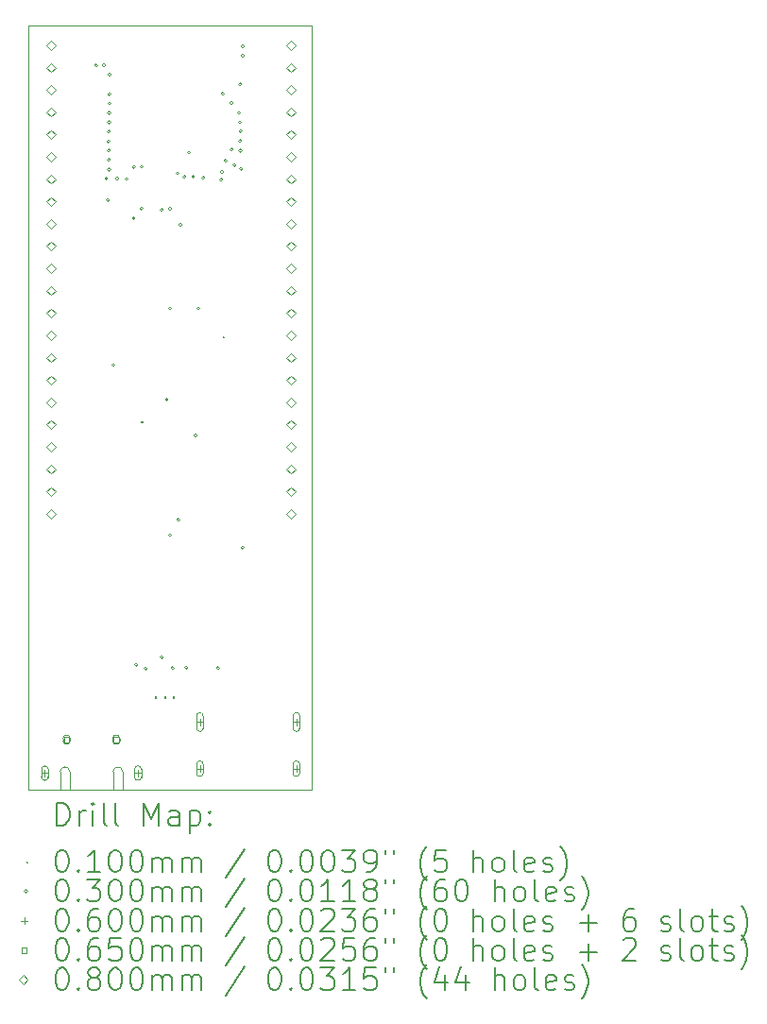
<source format=gbr>
%TF.GenerationSoftware,KiCad,Pcbnew,7.0.10*%
%TF.CreationDate,2024-03-05T00:47:09+05:30*%
%TF.ProjectId,ESP-DEVKIT-MINI,4553502d-4445-4564-9b49-542d4d494e49,rev?*%
%TF.SameCoordinates,Original*%
%TF.FileFunction,Drillmap*%
%TF.FilePolarity,Positive*%
%FSLAX45Y45*%
G04 Gerber Fmt 4.5, Leading zero omitted, Abs format (unit mm)*
G04 Created by KiCad (PCBNEW 7.0.10) date 2024-03-05 00:47:09*
%MOMM*%
%LPD*%
G01*
G04 APERTURE LIST*
%ADD10C,0.100000*%
%ADD11C,0.200000*%
G04 APERTURE END LIST*
D10*
X9144000Y-5588000D02*
X11684000Y-5588000D01*
X11684000Y-12443127D01*
X9144000Y-12443127D01*
X9144000Y-5588000D01*
X9334077Y-12436774D02*
X9429077Y-12436774D01*
X9429077Y-12279274D02*
X9429077Y-12436774D01*
X9514077Y-12279274D02*
X9514077Y-12436774D01*
X9514077Y-12436774D02*
X9904077Y-12436774D01*
X9904077Y-12279274D02*
X9904077Y-12436774D01*
X9989077Y-12279274D02*
X9989077Y-12436774D01*
X9989077Y-12436774D02*
X10084077Y-12436774D01*
X9514077Y-12279274D02*
G75*
G03*
X9429077Y-12279274I-42500J0D01*
G01*
X9989077Y-12279274D02*
G75*
G03*
X9904077Y-12279274I-42500J0D01*
G01*
D11*
D10*
X10155000Y-9139000D02*
X10165000Y-9149000D01*
X10165000Y-9139000D02*
X10155000Y-9149000D01*
X10280729Y-11605654D02*
X10290729Y-11615654D01*
X10290729Y-11605654D02*
X10280729Y-11615654D01*
X10360729Y-11605654D02*
X10370729Y-11615654D01*
X10370729Y-11605654D02*
X10360729Y-11615654D01*
X10440729Y-11605654D02*
X10450729Y-11615654D01*
X10450729Y-11605654D02*
X10440729Y-11615654D01*
X10889861Y-8377000D02*
X10899861Y-8387000D01*
X10899861Y-8377000D02*
X10889861Y-8387000D01*
X9766741Y-5947615D02*
G75*
G03*
X9736741Y-5947615I-15000J0D01*
G01*
X9736741Y-5947615D02*
G75*
G03*
X9766741Y-5947615I15000J0D01*
G01*
X9836257Y-5947529D02*
G75*
G03*
X9806257Y-5947529I-15000J0D01*
G01*
X9806257Y-5947529D02*
G75*
G03*
X9836257Y-5947529I15000J0D01*
G01*
X9856457Y-6962821D02*
G75*
G03*
X9826457Y-6962821I-15000J0D01*
G01*
X9826457Y-6962821D02*
G75*
G03*
X9856457Y-6962821I15000J0D01*
G01*
X9872550Y-7156618D02*
G75*
G03*
X9842550Y-7156618I-15000J0D01*
G01*
X9842550Y-7156618D02*
G75*
G03*
X9872550Y-7156618I15000J0D01*
G01*
X9876592Y-6630558D02*
G75*
G03*
X9846592Y-6630558I-15000J0D01*
G01*
X9846592Y-6630558D02*
G75*
G03*
X9876592Y-6630558I15000J0D01*
G01*
X9880604Y-6709711D02*
G75*
G03*
X9850604Y-6709711I-15000J0D01*
G01*
X9850604Y-6709711D02*
G75*
G03*
X9880604Y-6709711I15000J0D01*
G01*
X9880780Y-6541473D02*
G75*
G03*
X9850780Y-6541473I-15000J0D01*
G01*
X9850780Y-6541473D02*
G75*
G03*
X9880780Y-6541473I15000J0D01*
G01*
X9881178Y-6795104D02*
G75*
G03*
X9851178Y-6795104I-15000J0D01*
G01*
X9851178Y-6795104D02*
G75*
G03*
X9881178Y-6795104I15000J0D01*
G01*
X9883085Y-6457231D02*
G75*
G03*
X9853085Y-6457231I-15000J0D01*
G01*
X9853085Y-6457231D02*
G75*
G03*
X9883085Y-6457231I15000J0D01*
G01*
X9883422Y-6880371D02*
G75*
G03*
X9853422Y-6880371I-15000J0D01*
G01*
X9853422Y-6880371D02*
G75*
G03*
X9883422Y-6880371I15000J0D01*
G01*
X9884075Y-6373341D02*
G75*
G03*
X9854075Y-6373341I-15000J0D01*
G01*
X9854075Y-6373341D02*
G75*
G03*
X9884075Y-6373341I15000J0D01*
G01*
X9886227Y-6206030D02*
G75*
G03*
X9856227Y-6206030I-15000J0D01*
G01*
X9856227Y-6206030D02*
G75*
G03*
X9886227Y-6206030I15000J0D01*
G01*
X9886227Y-6288937D02*
G75*
G03*
X9856227Y-6288937I-15000J0D01*
G01*
X9856227Y-6288937D02*
G75*
G03*
X9886227Y-6288937I15000J0D01*
G01*
X9887831Y-6033076D02*
G75*
G03*
X9857831Y-6033076I-15000J0D01*
G01*
X9857831Y-6033076D02*
G75*
G03*
X9887831Y-6033076I15000J0D01*
G01*
X9921000Y-8636000D02*
G75*
G03*
X9891000Y-8636000I-15000J0D01*
G01*
X9891000Y-8636000D02*
G75*
G03*
X9921000Y-8636000I15000J0D01*
G01*
X9956117Y-6963604D02*
G75*
G03*
X9926117Y-6963604I-15000J0D01*
G01*
X9926117Y-6963604D02*
G75*
G03*
X9956117Y-6963604I15000J0D01*
G01*
X10041119Y-6966592D02*
G75*
G03*
X10011119Y-6966592I-15000J0D01*
G01*
X10011119Y-6966592D02*
G75*
G03*
X10041119Y-6966592I15000J0D01*
G01*
X10102262Y-7318303D02*
G75*
G03*
X10072262Y-7318303I-15000J0D01*
G01*
X10072262Y-7318303D02*
G75*
G03*
X10102262Y-7318303I15000J0D01*
G01*
X10105050Y-6858000D02*
G75*
G03*
X10075050Y-6858000I-15000J0D01*
G01*
X10075050Y-6858000D02*
G75*
G03*
X10105050Y-6858000I15000J0D01*
G01*
X10127109Y-11321057D02*
G75*
G03*
X10097109Y-11321057I-15000J0D01*
G01*
X10097109Y-11321057D02*
G75*
G03*
X10127109Y-11321057I15000J0D01*
G01*
X10173603Y-7231356D02*
G75*
G03*
X10143603Y-7231356I-15000J0D01*
G01*
X10143603Y-7231356D02*
G75*
G03*
X10173603Y-7231356I15000J0D01*
G01*
X10175000Y-6858000D02*
G75*
G03*
X10145000Y-6858000I-15000J0D01*
G01*
X10145000Y-6858000D02*
G75*
G03*
X10175000Y-6858000I15000J0D01*
G01*
X10211114Y-11355183D02*
G75*
G03*
X10181114Y-11355183I-15000J0D01*
G01*
X10181114Y-11355183D02*
G75*
G03*
X10211114Y-11355183I15000J0D01*
G01*
X10355496Y-11252803D02*
G75*
G03*
X10325496Y-11252803I-15000J0D01*
G01*
X10325496Y-11252803D02*
G75*
G03*
X10355496Y-11252803I15000J0D01*
G01*
X10356129Y-7242818D02*
G75*
G03*
X10326129Y-7242818I-15000J0D01*
G01*
X10326129Y-7242818D02*
G75*
G03*
X10356129Y-7242818I15000J0D01*
G01*
X10399092Y-8944121D02*
G75*
G03*
X10369092Y-8944121I-15000J0D01*
G01*
X10369092Y-8944121D02*
G75*
G03*
X10399092Y-8944121I15000J0D01*
G01*
X10429000Y-7234442D02*
G75*
G03*
X10399000Y-7234442I-15000J0D01*
G01*
X10399000Y-7234442D02*
G75*
G03*
X10429000Y-7234442I15000J0D01*
G01*
X10429000Y-8128000D02*
G75*
G03*
X10399000Y-8128000I-15000J0D01*
G01*
X10399000Y-8128000D02*
G75*
G03*
X10429000Y-8128000I15000J0D01*
G01*
X10429000Y-8128000D02*
G75*
G03*
X10399000Y-8128000I-15000J0D01*
G01*
X10399000Y-8128000D02*
G75*
G03*
X10429000Y-8128000I15000J0D01*
G01*
X10429000Y-10160000D02*
G75*
G03*
X10399000Y-10160000I-15000J0D01*
G01*
X10399000Y-10160000D02*
G75*
G03*
X10429000Y-10160000I15000J0D01*
G01*
X10429000Y-10160000D02*
G75*
G03*
X10399000Y-10160000I-15000J0D01*
G01*
X10399000Y-10160000D02*
G75*
G03*
X10429000Y-10160000I15000J0D01*
G01*
X10453939Y-11349933D02*
G75*
G03*
X10423939Y-11349933I-15000J0D01*
G01*
X10423939Y-11349933D02*
G75*
G03*
X10453939Y-11349933I15000J0D01*
G01*
X10495582Y-6916513D02*
G75*
G03*
X10465582Y-6916513I-15000J0D01*
G01*
X10465582Y-6916513D02*
G75*
G03*
X10495582Y-6916513I15000J0D01*
G01*
X10504087Y-10022088D02*
G75*
G03*
X10474087Y-10022088I-15000J0D01*
G01*
X10474087Y-10022088D02*
G75*
G03*
X10504087Y-10022088I15000J0D01*
G01*
X10522144Y-7378814D02*
G75*
G03*
X10492144Y-7378814I-15000J0D01*
G01*
X10492144Y-7378814D02*
G75*
G03*
X10522144Y-7378814I15000J0D01*
G01*
X10558070Y-6947950D02*
G75*
G03*
X10528070Y-6947950I-15000J0D01*
G01*
X10528070Y-6947950D02*
G75*
G03*
X10558070Y-6947950I15000J0D01*
G01*
X10574695Y-11347308D02*
G75*
G03*
X10544695Y-11347308I-15000J0D01*
G01*
X10544695Y-11347308D02*
G75*
G03*
X10574695Y-11347308I15000J0D01*
G01*
X10599595Y-6729941D02*
G75*
G03*
X10569595Y-6729941I-15000J0D01*
G01*
X10569595Y-6729941D02*
G75*
G03*
X10599595Y-6729941I15000J0D01*
G01*
X10637274Y-6945266D02*
G75*
G03*
X10607274Y-6945266I-15000J0D01*
G01*
X10607274Y-6945266D02*
G75*
G03*
X10637274Y-6945266I15000J0D01*
G01*
X10658750Y-9266684D02*
G75*
G03*
X10628750Y-9266684I-15000J0D01*
G01*
X10628750Y-9266684D02*
G75*
G03*
X10658750Y-9266684I15000J0D01*
G01*
X10683000Y-8128000D02*
G75*
G03*
X10653000Y-8128000I-15000J0D01*
G01*
X10653000Y-8128000D02*
G75*
G03*
X10683000Y-8128000I15000J0D01*
G01*
X10726653Y-6956946D02*
G75*
G03*
X10696653Y-6956946I-15000J0D01*
G01*
X10696653Y-6956946D02*
G75*
G03*
X10726653Y-6956946I15000J0D01*
G01*
X10858423Y-11351626D02*
G75*
G03*
X10828423Y-11351626I-15000J0D01*
G01*
X10828423Y-11351626D02*
G75*
G03*
X10858423Y-11351626I15000J0D01*
G01*
X10888978Y-6972111D02*
G75*
G03*
X10858978Y-6972111I-15000J0D01*
G01*
X10858978Y-6972111D02*
G75*
G03*
X10888978Y-6972111I15000J0D01*
G01*
X10895606Y-6902475D02*
G75*
G03*
X10865606Y-6902475I-15000J0D01*
G01*
X10865606Y-6902475D02*
G75*
G03*
X10895606Y-6902475I15000J0D01*
G01*
X10900463Y-6202532D02*
G75*
G03*
X10870463Y-6202532I-15000J0D01*
G01*
X10870463Y-6202532D02*
G75*
G03*
X10900463Y-6202532I15000J0D01*
G01*
X10926812Y-6803678D02*
G75*
G03*
X10896812Y-6803678I-15000J0D01*
G01*
X10896812Y-6803678D02*
G75*
G03*
X10926812Y-6803678I15000J0D01*
G01*
X10980057Y-6286467D02*
G75*
G03*
X10950057Y-6286467I-15000J0D01*
G01*
X10950057Y-6286467D02*
G75*
G03*
X10980057Y-6286467I15000J0D01*
G01*
X10980997Y-6702438D02*
G75*
G03*
X10950997Y-6702438I-15000J0D01*
G01*
X10950997Y-6702438D02*
G75*
G03*
X10980997Y-6702438I15000J0D01*
G01*
X11006913Y-6841272D02*
G75*
G03*
X10976913Y-6841272I-15000J0D01*
G01*
X10976913Y-6841272D02*
G75*
G03*
X11006913Y-6841272I15000J0D01*
G01*
X11046627Y-6373297D02*
G75*
G03*
X11016627Y-6373297I-15000J0D01*
G01*
X11016627Y-6373297D02*
G75*
G03*
X11046627Y-6373297I15000J0D01*
G01*
X11055310Y-6457615D02*
G75*
G03*
X11025310Y-6457615I-15000J0D01*
G01*
X11025310Y-6457615D02*
G75*
G03*
X11055310Y-6457615I15000J0D01*
G01*
X11056775Y-6117370D02*
G75*
G03*
X11026775Y-6117370I-15000J0D01*
G01*
X11026775Y-6117370D02*
G75*
G03*
X11056775Y-6117370I15000J0D01*
G01*
X11057016Y-6627281D02*
G75*
G03*
X11027016Y-6627281I-15000J0D01*
G01*
X11027016Y-6627281D02*
G75*
G03*
X11057016Y-6627281I15000J0D01*
G01*
X11060476Y-6712596D02*
G75*
G03*
X11030476Y-6712596I-15000J0D01*
G01*
X11030476Y-6712596D02*
G75*
G03*
X11060476Y-6712596I15000J0D01*
G01*
X11063051Y-6537423D02*
G75*
G03*
X11033051Y-6537423I-15000J0D01*
G01*
X11033051Y-6537423D02*
G75*
G03*
X11063051Y-6537423I15000J0D01*
G01*
X11066552Y-6877826D02*
G75*
G03*
X11036552Y-6877826I-15000J0D01*
G01*
X11036552Y-6877826D02*
G75*
G03*
X11066552Y-6877826I15000J0D01*
G01*
X11080184Y-5776188D02*
G75*
G03*
X11050184Y-5776188I-15000J0D01*
G01*
X11050184Y-5776188D02*
G75*
G03*
X11080184Y-5776188I15000J0D01*
G01*
X11080971Y-10271097D02*
G75*
G03*
X11050971Y-10271097I-15000J0D01*
G01*
X11050971Y-10271097D02*
G75*
G03*
X11080971Y-10271097I15000J0D01*
G01*
X11081426Y-5861759D02*
G75*
G03*
X11051426Y-5861759I-15000J0D01*
G01*
X11051426Y-5861759D02*
G75*
G03*
X11081426Y-5861759I15000J0D01*
G01*
X9291577Y-12261774D02*
X9291577Y-12321774D01*
X9261577Y-12291774D02*
X9321577Y-12291774D01*
X9261577Y-12256774D02*
X9261577Y-12326774D01*
X9261577Y-12326774D02*
G75*
G03*
X9321577Y-12326774I30000J0D01*
G01*
X9321577Y-12326774D02*
X9321577Y-12256774D01*
X9321577Y-12256774D02*
G75*
G03*
X9261577Y-12256774I-30000J0D01*
G01*
X10126577Y-12261774D02*
X10126577Y-12321774D01*
X10096577Y-12291774D02*
X10156577Y-12291774D01*
X10096577Y-12256774D02*
X10096577Y-12326774D01*
X10096577Y-12326774D02*
G75*
G03*
X10156577Y-12326774I30000J0D01*
G01*
X10156577Y-12326774D02*
X10156577Y-12256774D01*
X10156577Y-12256774D02*
G75*
G03*
X10096577Y-12256774I-30000J0D01*
G01*
X10681593Y-11803849D02*
X10681593Y-11863849D01*
X10651593Y-11833849D02*
X10711593Y-11833849D01*
X10711593Y-11888849D02*
X10711593Y-11778849D01*
X10711593Y-11778849D02*
G75*
G03*
X10651593Y-11778849I-30000J0D01*
G01*
X10651593Y-11778849D02*
X10651593Y-11888849D01*
X10651593Y-11888849D02*
G75*
G03*
X10711593Y-11888849I30000J0D01*
G01*
X10681593Y-12220849D02*
X10681593Y-12280849D01*
X10651593Y-12250849D02*
X10711593Y-12250849D01*
X10711593Y-12290849D02*
X10711593Y-12210849D01*
X10711593Y-12210849D02*
G75*
G03*
X10651593Y-12210849I-30000J0D01*
G01*
X10651593Y-12210849D02*
X10651593Y-12290849D01*
X10651593Y-12290849D02*
G75*
G03*
X10711593Y-12290849I30000J0D01*
G01*
X11545593Y-11803849D02*
X11545593Y-11863849D01*
X11515593Y-11833849D02*
X11575593Y-11833849D01*
X11575593Y-11888849D02*
X11575593Y-11778849D01*
X11575593Y-11778849D02*
G75*
G03*
X11515593Y-11778849I-30000J0D01*
G01*
X11515593Y-11778849D02*
X11515593Y-11888849D01*
X11515593Y-11888849D02*
G75*
G03*
X11575593Y-11888849I30000J0D01*
G01*
X11545593Y-12220849D02*
X11545593Y-12280849D01*
X11515593Y-12250849D02*
X11575593Y-12250849D01*
X11575593Y-12290849D02*
X11575593Y-12210849D01*
X11575593Y-12210849D02*
G75*
G03*
X11515593Y-12210849I-30000J0D01*
G01*
X11515593Y-12210849D02*
X11515593Y-12290849D01*
X11515593Y-12290849D02*
G75*
G03*
X11575593Y-12290849I30000J0D01*
G01*
X9509558Y-12014756D02*
X9509558Y-11968793D01*
X9463595Y-11968793D01*
X9463595Y-12014756D01*
X9509558Y-12014756D01*
X9454077Y-11981774D02*
X9454077Y-12001774D01*
X9454077Y-12001774D02*
G75*
G03*
X9519077Y-12001774I32500J0D01*
G01*
X9519077Y-12001774D02*
X9519077Y-11981774D01*
X9519077Y-11981774D02*
G75*
G03*
X9454077Y-11981774I-32500J0D01*
G01*
X9954558Y-12014756D02*
X9954558Y-11968793D01*
X9908595Y-11968793D01*
X9908595Y-12014756D01*
X9954558Y-12014756D01*
X9899077Y-11981774D02*
X9899077Y-12001774D01*
X9899077Y-12001774D02*
G75*
G03*
X9964077Y-12001774I32500J0D01*
G01*
X9964077Y-12001774D02*
X9964077Y-11981774D01*
X9964077Y-11981774D02*
G75*
G03*
X9899077Y-11981774I-32500J0D01*
G01*
X9349311Y-5807980D02*
X9389311Y-5767980D01*
X9349311Y-5727980D01*
X9309311Y-5767980D01*
X9349311Y-5807980D01*
X9349311Y-6007980D02*
X9389311Y-5967980D01*
X9349311Y-5927980D01*
X9309311Y-5967980D01*
X9349311Y-6007980D01*
X9349311Y-6207980D02*
X9389311Y-6167980D01*
X9349311Y-6127980D01*
X9309311Y-6167980D01*
X9349311Y-6207980D01*
X9349311Y-6407980D02*
X9389311Y-6367980D01*
X9349311Y-6327980D01*
X9309311Y-6367980D01*
X9349311Y-6407980D01*
X9349311Y-6607980D02*
X9389311Y-6567980D01*
X9349311Y-6527980D01*
X9309311Y-6567980D01*
X9349311Y-6607980D01*
X9349311Y-6807980D02*
X9389311Y-6767980D01*
X9349311Y-6727980D01*
X9309311Y-6767980D01*
X9349311Y-6807980D01*
X9349311Y-7007980D02*
X9389311Y-6967980D01*
X9349311Y-6927980D01*
X9309311Y-6967980D01*
X9349311Y-7007980D01*
X9349311Y-7207980D02*
X9389311Y-7167980D01*
X9349311Y-7127980D01*
X9309311Y-7167980D01*
X9349311Y-7207980D01*
X9349311Y-7407980D02*
X9389311Y-7367980D01*
X9349311Y-7327980D01*
X9309311Y-7367980D01*
X9349311Y-7407980D01*
X9349311Y-7607980D02*
X9389311Y-7567980D01*
X9349311Y-7527980D01*
X9309311Y-7567980D01*
X9349311Y-7607980D01*
X9349311Y-7807980D02*
X9389311Y-7767980D01*
X9349311Y-7727980D01*
X9309311Y-7767980D01*
X9349311Y-7807980D01*
X9349311Y-8007980D02*
X9389311Y-7967980D01*
X9349311Y-7927980D01*
X9309311Y-7967980D01*
X9349311Y-8007980D01*
X9349311Y-8207980D02*
X9389311Y-8167980D01*
X9349311Y-8127980D01*
X9309311Y-8167980D01*
X9349311Y-8207980D01*
X9349311Y-8407980D02*
X9389311Y-8367980D01*
X9349311Y-8327980D01*
X9309311Y-8367980D01*
X9349311Y-8407980D01*
X9349311Y-8607980D02*
X9389311Y-8567980D01*
X9349311Y-8527980D01*
X9309311Y-8567980D01*
X9349311Y-8607980D01*
X9349311Y-8807980D02*
X9389311Y-8767980D01*
X9349311Y-8727980D01*
X9309311Y-8767980D01*
X9349311Y-8807980D01*
X9349311Y-9007980D02*
X9389311Y-8967980D01*
X9349311Y-8927980D01*
X9309311Y-8967980D01*
X9349311Y-9007980D01*
X9349311Y-9207980D02*
X9389311Y-9167980D01*
X9349311Y-9127980D01*
X9309311Y-9167980D01*
X9349311Y-9207980D01*
X9349311Y-9407980D02*
X9389311Y-9367980D01*
X9349311Y-9327980D01*
X9309311Y-9367980D01*
X9349311Y-9407980D01*
X9349311Y-9607980D02*
X9389311Y-9567980D01*
X9349311Y-9527980D01*
X9309311Y-9567980D01*
X9349311Y-9607980D01*
X9349311Y-9807980D02*
X9389311Y-9767980D01*
X9349311Y-9727980D01*
X9309311Y-9767980D01*
X9349311Y-9807980D01*
X9349311Y-10007980D02*
X9389311Y-9967980D01*
X9349311Y-9927980D01*
X9309311Y-9967980D01*
X9349311Y-10007980D01*
X11497311Y-5807980D02*
X11537311Y-5767980D01*
X11497311Y-5727980D01*
X11457311Y-5767980D01*
X11497311Y-5807980D01*
X11497311Y-6007980D02*
X11537311Y-5967980D01*
X11497311Y-5927980D01*
X11457311Y-5967980D01*
X11497311Y-6007980D01*
X11497311Y-6207980D02*
X11537311Y-6167980D01*
X11497311Y-6127980D01*
X11457311Y-6167980D01*
X11497311Y-6207980D01*
X11497311Y-6407980D02*
X11537311Y-6367980D01*
X11497311Y-6327980D01*
X11457311Y-6367980D01*
X11497311Y-6407980D01*
X11497311Y-6607980D02*
X11537311Y-6567980D01*
X11497311Y-6527980D01*
X11457311Y-6567980D01*
X11497311Y-6607980D01*
X11497311Y-6807980D02*
X11537311Y-6767980D01*
X11497311Y-6727980D01*
X11457311Y-6767980D01*
X11497311Y-6807980D01*
X11497311Y-7007980D02*
X11537311Y-6967980D01*
X11497311Y-6927980D01*
X11457311Y-6967980D01*
X11497311Y-7007980D01*
X11497311Y-7207980D02*
X11537311Y-7167980D01*
X11497311Y-7127980D01*
X11457311Y-7167980D01*
X11497311Y-7207980D01*
X11497311Y-7407980D02*
X11537311Y-7367980D01*
X11497311Y-7327980D01*
X11457311Y-7367980D01*
X11497311Y-7407980D01*
X11497311Y-7607980D02*
X11537311Y-7567980D01*
X11497311Y-7527980D01*
X11457311Y-7567980D01*
X11497311Y-7607980D01*
X11497311Y-7807980D02*
X11537311Y-7767980D01*
X11497311Y-7727980D01*
X11457311Y-7767980D01*
X11497311Y-7807980D01*
X11497311Y-8007980D02*
X11537311Y-7967980D01*
X11497311Y-7927980D01*
X11457311Y-7967980D01*
X11497311Y-8007980D01*
X11497311Y-8207980D02*
X11537311Y-8167980D01*
X11497311Y-8127980D01*
X11457311Y-8167980D01*
X11497311Y-8207980D01*
X11497311Y-8407980D02*
X11537311Y-8367980D01*
X11497311Y-8327980D01*
X11457311Y-8367980D01*
X11497311Y-8407980D01*
X11497311Y-8607980D02*
X11537311Y-8567980D01*
X11497311Y-8527980D01*
X11457311Y-8567980D01*
X11497311Y-8607980D01*
X11497311Y-8807980D02*
X11537311Y-8767980D01*
X11497311Y-8727980D01*
X11457311Y-8767980D01*
X11497311Y-8807980D01*
X11497311Y-9007980D02*
X11537311Y-8967980D01*
X11497311Y-8927980D01*
X11457311Y-8967980D01*
X11497311Y-9007980D01*
X11497311Y-9207980D02*
X11537311Y-9167980D01*
X11497311Y-9127980D01*
X11457311Y-9167980D01*
X11497311Y-9207980D01*
X11497311Y-9407980D02*
X11537311Y-9367980D01*
X11497311Y-9327980D01*
X11457311Y-9367980D01*
X11497311Y-9407980D01*
X11497311Y-9607980D02*
X11537311Y-9567980D01*
X11497311Y-9527980D01*
X11457311Y-9567980D01*
X11497311Y-9607980D01*
X11497311Y-9807980D02*
X11537311Y-9767980D01*
X11497311Y-9727980D01*
X11457311Y-9767980D01*
X11497311Y-9807980D01*
X11497311Y-10007980D02*
X11537311Y-9967980D01*
X11497311Y-9927980D01*
X11457311Y-9967980D01*
X11497311Y-10007980D01*
D11*
X9399777Y-12759611D02*
X9399777Y-12559611D01*
X9399777Y-12559611D02*
X9447396Y-12559611D01*
X9447396Y-12559611D02*
X9475967Y-12569135D01*
X9475967Y-12569135D02*
X9495015Y-12588182D01*
X9495015Y-12588182D02*
X9504539Y-12607230D01*
X9504539Y-12607230D02*
X9514063Y-12645325D01*
X9514063Y-12645325D02*
X9514063Y-12673897D01*
X9514063Y-12673897D02*
X9504539Y-12711992D01*
X9504539Y-12711992D02*
X9495015Y-12731039D01*
X9495015Y-12731039D02*
X9475967Y-12750087D01*
X9475967Y-12750087D02*
X9447396Y-12759611D01*
X9447396Y-12759611D02*
X9399777Y-12759611D01*
X9599777Y-12759611D02*
X9599777Y-12626278D01*
X9599777Y-12664373D02*
X9609301Y-12645325D01*
X9609301Y-12645325D02*
X9618824Y-12635801D01*
X9618824Y-12635801D02*
X9637872Y-12626278D01*
X9637872Y-12626278D02*
X9656920Y-12626278D01*
X9723586Y-12759611D02*
X9723586Y-12626278D01*
X9723586Y-12559611D02*
X9714063Y-12569135D01*
X9714063Y-12569135D02*
X9723586Y-12578659D01*
X9723586Y-12578659D02*
X9733110Y-12569135D01*
X9733110Y-12569135D02*
X9723586Y-12559611D01*
X9723586Y-12559611D02*
X9723586Y-12578659D01*
X9847396Y-12759611D02*
X9828348Y-12750087D01*
X9828348Y-12750087D02*
X9818824Y-12731039D01*
X9818824Y-12731039D02*
X9818824Y-12559611D01*
X9952158Y-12759611D02*
X9933110Y-12750087D01*
X9933110Y-12750087D02*
X9923586Y-12731039D01*
X9923586Y-12731039D02*
X9923586Y-12559611D01*
X10180729Y-12759611D02*
X10180729Y-12559611D01*
X10180729Y-12559611D02*
X10247396Y-12702468D01*
X10247396Y-12702468D02*
X10314063Y-12559611D01*
X10314063Y-12559611D02*
X10314063Y-12759611D01*
X10495015Y-12759611D02*
X10495015Y-12654849D01*
X10495015Y-12654849D02*
X10485491Y-12635801D01*
X10485491Y-12635801D02*
X10466444Y-12626278D01*
X10466444Y-12626278D02*
X10428348Y-12626278D01*
X10428348Y-12626278D02*
X10409301Y-12635801D01*
X10495015Y-12750087D02*
X10475967Y-12759611D01*
X10475967Y-12759611D02*
X10428348Y-12759611D01*
X10428348Y-12759611D02*
X10409301Y-12750087D01*
X10409301Y-12750087D02*
X10399777Y-12731039D01*
X10399777Y-12731039D02*
X10399777Y-12711992D01*
X10399777Y-12711992D02*
X10409301Y-12692944D01*
X10409301Y-12692944D02*
X10428348Y-12683420D01*
X10428348Y-12683420D02*
X10475967Y-12683420D01*
X10475967Y-12683420D02*
X10495015Y-12673897D01*
X10590253Y-12626278D02*
X10590253Y-12826278D01*
X10590253Y-12635801D02*
X10609301Y-12626278D01*
X10609301Y-12626278D02*
X10647396Y-12626278D01*
X10647396Y-12626278D02*
X10666444Y-12635801D01*
X10666444Y-12635801D02*
X10675967Y-12645325D01*
X10675967Y-12645325D02*
X10685491Y-12664373D01*
X10685491Y-12664373D02*
X10685491Y-12721516D01*
X10685491Y-12721516D02*
X10675967Y-12740563D01*
X10675967Y-12740563D02*
X10666444Y-12750087D01*
X10666444Y-12750087D02*
X10647396Y-12759611D01*
X10647396Y-12759611D02*
X10609301Y-12759611D01*
X10609301Y-12759611D02*
X10590253Y-12750087D01*
X10771205Y-12740563D02*
X10780729Y-12750087D01*
X10780729Y-12750087D02*
X10771205Y-12759611D01*
X10771205Y-12759611D02*
X10761682Y-12750087D01*
X10761682Y-12750087D02*
X10771205Y-12740563D01*
X10771205Y-12740563D02*
X10771205Y-12759611D01*
X10771205Y-12635801D02*
X10780729Y-12645325D01*
X10780729Y-12645325D02*
X10771205Y-12654849D01*
X10771205Y-12654849D02*
X10761682Y-12645325D01*
X10761682Y-12645325D02*
X10771205Y-12635801D01*
X10771205Y-12635801D02*
X10771205Y-12654849D01*
D10*
X9129000Y-13083127D02*
X9139000Y-13093127D01*
X9139000Y-13083127D02*
X9129000Y-13093127D01*
D11*
X9437872Y-12979611D02*
X9456920Y-12979611D01*
X9456920Y-12979611D02*
X9475967Y-12989135D01*
X9475967Y-12989135D02*
X9485491Y-12998659D01*
X9485491Y-12998659D02*
X9495015Y-13017706D01*
X9495015Y-13017706D02*
X9504539Y-13055801D01*
X9504539Y-13055801D02*
X9504539Y-13103420D01*
X9504539Y-13103420D02*
X9495015Y-13141516D01*
X9495015Y-13141516D02*
X9485491Y-13160563D01*
X9485491Y-13160563D02*
X9475967Y-13170087D01*
X9475967Y-13170087D02*
X9456920Y-13179611D01*
X9456920Y-13179611D02*
X9437872Y-13179611D01*
X9437872Y-13179611D02*
X9418824Y-13170087D01*
X9418824Y-13170087D02*
X9409301Y-13160563D01*
X9409301Y-13160563D02*
X9399777Y-13141516D01*
X9399777Y-13141516D02*
X9390253Y-13103420D01*
X9390253Y-13103420D02*
X9390253Y-13055801D01*
X9390253Y-13055801D02*
X9399777Y-13017706D01*
X9399777Y-13017706D02*
X9409301Y-12998659D01*
X9409301Y-12998659D02*
X9418824Y-12989135D01*
X9418824Y-12989135D02*
X9437872Y-12979611D01*
X9590253Y-13160563D02*
X9599777Y-13170087D01*
X9599777Y-13170087D02*
X9590253Y-13179611D01*
X9590253Y-13179611D02*
X9580729Y-13170087D01*
X9580729Y-13170087D02*
X9590253Y-13160563D01*
X9590253Y-13160563D02*
X9590253Y-13179611D01*
X9790253Y-13179611D02*
X9675967Y-13179611D01*
X9733110Y-13179611D02*
X9733110Y-12979611D01*
X9733110Y-12979611D02*
X9714063Y-13008182D01*
X9714063Y-13008182D02*
X9695015Y-13027230D01*
X9695015Y-13027230D02*
X9675967Y-13036754D01*
X9914063Y-12979611D02*
X9933110Y-12979611D01*
X9933110Y-12979611D02*
X9952158Y-12989135D01*
X9952158Y-12989135D02*
X9961682Y-12998659D01*
X9961682Y-12998659D02*
X9971205Y-13017706D01*
X9971205Y-13017706D02*
X9980729Y-13055801D01*
X9980729Y-13055801D02*
X9980729Y-13103420D01*
X9980729Y-13103420D02*
X9971205Y-13141516D01*
X9971205Y-13141516D02*
X9961682Y-13160563D01*
X9961682Y-13160563D02*
X9952158Y-13170087D01*
X9952158Y-13170087D02*
X9933110Y-13179611D01*
X9933110Y-13179611D02*
X9914063Y-13179611D01*
X9914063Y-13179611D02*
X9895015Y-13170087D01*
X9895015Y-13170087D02*
X9885491Y-13160563D01*
X9885491Y-13160563D02*
X9875967Y-13141516D01*
X9875967Y-13141516D02*
X9866444Y-13103420D01*
X9866444Y-13103420D02*
X9866444Y-13055801D01*
X9866444Y-13055801D02*
X9875967Y-13017706D01*
X9875967Y-13017706D02*
X9885491Y-12998659D01*
X9885491Y-12998659D02*
X9895015Y-12989135D01*
X9895015Y-12989135D02*
X9914063Y-12979611D01*
X10104539Y-12979611D02*
X10123586Y-12979611D01*
X10123586Y-12979611D02*
X10142634Y-12989135D01*
X10142634Y-12989135D02*
X10152158Y-12998659D01*
X10152158Y-12998659D02*
X10161682Y-13017706D01*
X10161682Y-13017706D02*
X10171205Y-13055801D01*
X10171205Y-13055801D02*
X10171205Y-13103420D01*
X10171205Y-13103420D02*
X10161682Y-13141516D01*
X10161682Y-13141516D02*
X10152158Y-13160563D01*
X10152158Y-13160563D02*
X10142634Y-13170087D01*
X10142634Y-13170087D02*
X10123586Y-13179611D01*
X10123586Y-13179611D02*
X10104539Y-13179611D01*
X10104539Y-13179611D02*
X10085491Y-13170087D01*
X10085491Y-13170087D02*
X10075967Y-13160563D01*
X10075967Y-13160563D02*
X10066444Y-13141516D01*
X10066444Y-13141516D02*
X10056920Y-13103420D01*
X10056920Y-13103420D02*
X10056920Y-13055801D01*
X10056920Y-13055801D02*
X10066444Y-13017706D01*
X10066444Y-13017706D02*
X10075967Y-12998659D01*
X10075967Y-12998659D02*
X10085491Y-12989135D01*
X10085491Y-12989135D02*
X10104539Y-12979611D01*
X10256920Y-13179611D02*
X10256920Y-13046278D01*
X10256920Y-13065325D02*
X10266444Y-13055801D01*
X10266444Y-13055801D02*
X10285491Y-13046278D01*
X10285491Y-13046278D02*
X10314063Y-13046278D01*
X10314063Y-13046278D02*
X10333110Y-13055801D01*
X10333110Y-13055801D02*
X10342634Y-13074849D01*
X10342634Y-13074849D02*
X10342634Y-13179611D01*
X10342634Y-13074849D02*
X10352158Y-13055801D01*
X10352158Y-13055801D02*
X10371205Y-13046278D01*
X10371205Y-13046278D02*
X10399777Y-13046278D01*
X10399777Y-13046278D02*
X10418825Y-13055801D01*
X10418825Y-13055801D02*
X10428348Y-13074849D01*
X10428348Y-13074849D02*
X10428348Y-13179611D01*
X10523586Y-13179611D02*
X10523586Y-13046278D01*
X10523586Y-13065325D02*
X10533110Y-13055801D01*
X10533110Y-13055801D02*
X10552158Y-13046278D01*
X10552158Y-13046278D02*
X10580729Y-13046278D01*
X10580729Y-13046278D02*
X10599777Y-13055801D01*
X10599777Y-13055801D02*
X10609301Y-13074849D01*
X10609301Y-13074849D02*
X10609301Y-13179611D01*
X10609301Y-13074849D02*
X10618825Y-13055801D01*
X10618825Y-13055801D02*
X10637872Y-13046278D01*
X10637872Y-13046278D02*
X10666444Y-13046278D01*
X10666444Y-13046278D02*
X10685491Y-13055801D01*
X10685491Y-13055801D02*
X10695015Y-13074849D01*
X10695015Y-13074849D02*
X10695015Y-13179611D01*
X11085491Y-12970087D02*
X10914063Y-13227230D01*
X11342634Y-12979611D02*
X11361682Y-12979611D01*
X11361682Y-12979611D02*
X11380729Y-12989135D01*
X11380729Y-12989135D02*
X11390253Y-12998659D01*
X11390253Y-12998659D02*
X11399777Y-13017706D01*
X11399777Y-13017706D02*
X11409301Y-13055801D01*
X11409301Y-13055801D02*
X11409301Y-13103420D01*
X11409301Y-13103420D02*
X11399777Y-13141516D01*
X11399777Y-13141516D02*
X11390253Y-13160563D01*
X11390253Y-13160563D02*
X11380729Y-13170087D01*
X11380729Y-13170087D02*
X11361682Y-13179611D01*
X11361682Y-13179611D02*
X11342634Y-13179611D01*
X11342634Y-13179611D02*
X11323586Y-13170087D01*
X11323586Y-13170087D02*
X11314063Y-13160563D01*
X11314063Y-13160563D02*
X11304539Y-13141516D01*
X11304539Y-13141516D02*
X11295015Y-13103420D01*
X11295015Y-13103420D02*
X11295015Y-13055801D01*
X11295015Y-13055801D02*
X11304539Y-13017706D01*
X11304539Y-13017706D02*
X11314063Y-12998659D01*
X11314063Y-12998659D02*
X11323586Y-12989135D01*
X11323586Y-12989135D02*
X11342634Y-12979611D01*
X11495015Y-13160563D02*
X11504539Y-13170087D01*
X11504539Y-13170087D02*
X11495015Y-13179611D01*
X11495015Y-13179611D02*
X11485491Y-13170087D01*
X11485491Y-13170087D02*
X11495015Y-13160563D01*
X11495015Y-13160563D02*
X11495015Y-13179611D01*
X11628348Y-12979611D02*
X11647396Y-12979611D01*
X11647396Y-12979611D02*
X11666444Y-12989135D01*
X11666444Y-12989135D02*
X11675967Y-12998659D01*
X11675967Y-12998659D02*
X11685491Y-13017706D01*
X11685491Y-13017706D02*
X11695015Y-13055801D01*
X11695015Y-13055801D02*
X11695015Y-13103420D01*
X11695015Y-13103420D02*
X11685491Y-13141516D01*
X11685491Y-13141516D02*
X11675967Y-13160563D01*
X11675967Y-13160563D02*
X11666444Y-13170087D01*
X11666444Y-13170087D02*
X11647396Y-13179611D01*
X11647396Y-13179611D02*
X11628348Y-13179611D01*
X11628348Y-13179611D02*
X11609301Y-13170087D01*
X11609301Y-13170087D02*
X11599777Y-13160563D01*
X11599777Y-13160563D02*
X11590253Y-13141516D01*
X11590253Y-13141516D02*
X11580729Y-13103420D01*
X11580729Y-13103420D02*
X11580729Y-13055801D01*
X11580729Y-13055801D02*
X11590253Y-13017706D01*
X11590253Y-13017706D02*
X11599777Y-12998659D01*
X11599777Y-12998659D02*
X11609301Y-12989135D01*
X11609301Y-12989135D02*
X11628348Y-12979611D01*
X11818825Y-12979611D02*
X11837872Y-12979611D01*
X11837872Y-12979611D02*
X11856920Y-12989135D01*
X11856920Y-12989135D02*
X11866444Y-12998659D01*
X11866444Y-12998659D02*
X11875967Y-13017706D01*
X11875967Y-13017706D02*
X11885491Y-13055801D01*
X11885491Y-13055801D02*
X11885491Y-13103420D01*
X11885491Y-13103420D02*
X11875967Y-13141516D01*
X11875967Y-13141516D02*
X11866444Y-13160563D01*
X11866444Y-13160563D02*
X11856920Y-13170087D01*
X11856920Y-13170087D02*
X11837872Y-13179611D01*
X11837872Y-13179611D02*
X11818825Y-13179611D01*
X11818825Y-13179611D02*
X11799777Y-13170087D01*
X11799777Y-13170087D02*
X11790253Y-13160563D01*
X11790253Y-13160563D02*
X11780729Y-13141516D01*
X11780729Y-13141516D02*
X11771206Y-13103420D01*
X11771206Y-13103420D02*
X11771206Y-13055801D01*
X11771206Y-13055801D02*
X11780729Y-13017706D01*
X11780729Y-13017706D02*
X11790253Y-12998659D01*
X11790253Y-12998659D02*
X11799777Y-12989135D01*
X11799777Y-12989135D02*
X11818825Y-12979611D01*
X11952158Y-12979611D02*
X12075967Y-12979611D01*
X12075967Y-12979611D02*
X12009301Y-13055801D01*
X12009301Y-13055801D02*
X12037872Y-13055801D01*
X12037872Y-13055801D02*
X12056920Y-13065325D01*
X12056920Y-13065325D02*
X12066444Y-13074849D01*
X12066444Y-13074849D02*
X12075967Y-13093897D01*
X12075967Y-13093897D02*
X12075967Y-13141516D01*
X12075967Y-13141516D02*
X12066444Y-13160563D01*
X12066444Y-13160563D02*
X12056920Y-13170087D01*
X12056920Y-13170087D02*
X12037872Y-13179611D01*
X12037872Y-13179611D02*
X11980729Y-13179611D01*
X11980729Y-13179611D02*
X11961682Y-13170087D01*
X11961682Y-13170087D02*
X11952158Y-13160563D01*
X12171206Y-13179611D02*
X12209301Y-13179611D01*
X12209301Y-13179611D02*
X12228348Y-13170087D01*
X12228348Y-13170087D02*
X12237872Y-13160563D01*
X12237872Y-13160563D02*
X12256920Y-13131992D01*
X12256920Y-13131992D02*
X12266444Y-13093897D01*
X12266444Y-13093897D02*
X12266444Y-13017706D01*
X12266444Y-13017706D02*
X12256920Y-12998659D01*
X12256920Y-12998659D02*
X12247396Y-12989135D01*
X12247396Y-12989135D02*
X12228348Y-12979611D01*
X12228348Y-12979611D02*
X12190253Y-12979611D01*
X12190253Y-12979611D02*
X12171206Y-12989135D01*
X12171206Y-12989135D02*
X12161682Y-12998659D01*
X12161682Y-12998659D02*
X12152158Y-13017706D01*
X12152158Y-13017706D02*
X12152158Y-13065325D01*
X12152158Y-13065325D02*
X12161682Y-13084373D01*
X12161682Y-13084373D02*
X12171206Y-13093897D01*
X12171206Y-13093897D02*
X12190253Y-13103420D01*
X12190253Y-13103420D02*
X12228348Y-13103420D01*
X12228348Y-13103420D02*
X12247396Y-13093897D01*
X12247396Y-13093897D02*
X12256920Y-13084373D01*
X12256920Y-13084373D02*
X12266444Y-13065325D01*
X12342634Y-12979611D02*
X12342634Y-13017706D01*
X12418825Y-12979611D02*
X12418825Y-13017706D01*
X12714063Y-13255801D02*
X12704539Y-13246278D01*
X12704539Y-13246278D02*
X12685491Y-13217706D01*
X12685491Y-13217706D02*
X12675968Y-13198659D01*
X12675968Y-13198659D02*
X12666444Y-13170087D01*
X12666444Y-13170087D02*
X12656920Y-13122468D01*
X12656920Y-13122468D02*
X12656920Y-13084373D01*
X12656920Y-13084373D02*
X12666444Y-13036754D01*
X12666444Y-13036754D02*
X12675968Y-13008182D01*
X12675968Y-13008182D02*
X12685491Y-12989135D01*
X12685491Y-12989135D02*
X12704539Y-12960563D01*
X12704539Y-12960563D02*
X12714063Y-12951039D01*
X12885491Y-12979611D02*
X12790253Y-12979611D01*
X12790253Y-12979611D02*
X12780729Y-13074849D01*
X12780729Y-13074849D02*
X12790253Y-13065325D01*
X12790253Y-13065325D02*
X12809301Y-13055801D01*
X12809301Y-13055801D02*
X12856920Y-13055801D01*
X12856920Y-13055801D02*
X12875968Y-13065325D01*
X12875968Y-13065325D02*
X12885491Y-13074849D01*
X12885491Y-13074849D02*
X12895015Y-13093897D01*
X12895015Y-13093897D02*
X12895015Y-13141516D01*
X12895015Y-13141516D02*
X12885491Y-13160563D01*
X12885491Y-13160563D02*
X12875968Y-13170087D01*
X12875968Y-13170087D02*
X12856920Y-13179611D01*
X12856920Y-13179611D02*
X12809301Y-13179611D01*
X12809301Y-13179611D02*
X12790253Y-13170087D01*
X12790253Y-13170087D02*
X12780729Y-13160563D01*
X13133110Y-13179611D02*
X13133110Y-12979611D01*
X13218825Y-13179611D02*
X13218825Y-13074849D01*
X13218825Y-13074849D02*
X13209301Y-13055801D01*
X13209301Y-13055801D02*
X13190253Y-13046278D01*
X13190253Y-13046278D02*
X13161682Y-13046278D01*
X13161682Y-13046278D02*
X13142634Y-13055801D01*
X13142634Y-13055801D02*
X13133110Y-13065325D01*
X13342634Y-13179611D02*
X13323587Y-13170087D01*
X13323587Y-13170087D02*
X13314063Y-13160563D01*
X13314063Y-13160563D02*
X13304539Y-13141516D01*
X13304539Y-13141516D02*
X13304539Y-13084373D01*
X13304539Y-13084373D02*
X13314063Y-13065325D01*
X13314063Y-13065325D02*
X13323587Y-13055801D01*
X13323587Y-13055801D02*
X13342634Y-13046278D01*
X13342634Y-13046278D02*
X13371206Y-13046278D01*
X13371206Y-13046278D02*
X13390253Y-13055801D01*
X13390253Y-13055801D02*
X13399777Y-13065325D01*
X13399777Y-13065325D02*
X13409301Y-13084373D01*
X13409301Y-13084373D02*
X13409301Y-13141516D01*
X13409301Y-13141516D02*
X13399777Y-13160563D01*
X13399777Y-13160563D02*
X13390253Y-13170087D01*
X13390253Y-13170087D02*
X13371206Y-13179611D01*
X13371206Y-13179611D02*
X13342634Y-13179611D01*
X13523587Y-13179611D02*
X13504539Y-13170087D01*
X13504539Y-13170087D02*
X13495015Y-13151039D01*
X13495015Y-13151039D02*
X13495015Y-12979611D01*
X13675968Y-13170087D02*
X13656920Y-13179611D01*
X13656920Y-13179611D02*
X13618825Y-13179611D01*
X13618825Y-13179611D02*
X13599777Y-13170087D01*
X13599777Y-13170087D02*
X13590253Y-13151039D01*
X13590253Y-13151039D02*
X13590253Y-13074849D01*
X13590253Y-13074849D02*
X13599777Y-13055801D01*
X13599777Y-13055801D02*
X13618825Y-13046278D01*
X13618825Y-13046278D02*
X13656920Y-13046278D01*
X13656920Y-13046278D02*
X13675968Y-13055801D01*
X13675968Y-13055801D02*
X13685491Y-13074849D01*
X13685491Y-13074849D02*
X13685491Y-13093897D01*
X13685491Y-13093897D02*
X13590253Y-13112944D01*
X13761682Y-13170087D02*
X13780730Y-13179611D01*
X13780730Y-13179611D02*
X13818825Y-13179611D01*
X13818825Y-13179611D02*
X13837872Y-13170087D01*
X13837872Y-13170087D02*
X13847396Y-13151039D01*
X13847396Y-13151039D02*
X13847396Y-13141516D01*
X13847396Y-13141516D02*
X13837872Y-13122468D01*
X13837872Y-13122468D02*
X13818825Y-13112944D01*
X13818825Y-13112944D02*
X13790253Y-13112944D01*
X13790253Y-13112944D02*
X13771206Y-13103420D01*
X13771206Y-13103420D02*
X13761682Y-13084373D01*
X13761682Y-13084373D02*
X13761682Y-13074849D01*
X13761682Y-13074849D02*
X13771206Y-13055801D01*
X13771206Y-13055801D02*
X13790253Y-13046278D01*
X13790253Y-13046278D02*
X13818825Y-13046278D01*
X13818825Y-13046278D02*
X13837872Y-13055801D01*
X13914063Y-13255801D02*
X13923587Y-13246278D01*
X13923587Y-13246278D02*
X13942634Y-13217706D01*
X13942634Y-13217706D02*
X13952158Y-13198659D01*
X13952158Y-13198659D02*
X13961682Y-13170087D01*
X13961682Y-13170087D02*
X13971206Y-13122468D01*
X13971206Y-13122468D02*
X13971206Y-13084373D01*
X13971206Y-13084373D02*
X13961682Y-13036754D01*
X13961682Y-13036754D02*
X13952158Y-13008182D01*
X13952158Y-13008182D02*
X13942634Y-12989135D01*
X13942634Y-12989135D02*
X13923587Y-12960563D01*
X13923587Y-12960563D02*
X13914063Y-12951039D01*
D10*
X9139000Y-13352127D02*
G75*
G03*
X9109000Y-13352127I-15000J0D01*
G01*
X9109000Y-13352127D02*
G75*
G03*
X9139000Y-13352127I15000J0D01*
G01*
D11*
X9437872Y-13243611D02*
X9456920Y-13243611D01*
X9456920Y-13243611D02*
X9475967Y-13253135D01*
X9475967Y-13253135D02*
X9485491Y-13262659D01*
X9485491Y-13262659D02*
X9495015Y-13281706D01*
X9495015Y-13281706D02*
X9504539Y-13319801D01*
X9504539Y-13319801D02*
X9504539Y-13367420D01*
X9504539Y-13367420D02*
X9495015Y-13405516D01*
X9495015Y-13405516D02*
X9485491Y-13424563D01*
X9485491Y-13424563D02*
X9475967Y-13434087D01*
X9475967Y-13434087D02*
X9456920Y-13443611D01*
X9456920Y-13443611D02*
X9437872Y-13443611D01*
X9437872Y-13443611D02*
X9418824Y-13434087D01*
X9418824Y-13434087D02*
X9409301Y-13424563D01*
X9409301Y-13424563D02*
X9399777Y-13405516D01*
X9399777Y-13405516D02*
X9390253Y-13367420D01*
X9390253Y-13367420D02*
X9390253Y-13319801D01*
X9390253Y-13319801D02*
X9399777Y-13281706D01*
X9399777Y-13281706D02*
X9409301Y-13262659D01*
X9409301Y-13262659D02*
X9418824Y-13253135D01*
X9418824Y-13253135D02*
X9437872Y-13243611D01*
X9590253Y-13424563D02*
X9599777Y-13434087D01*
X9599777Y-13434087D02*
X9590253Y-13443611D01*
X9590253Y-13443611D02*
X9580729Y-13434087D01*
X9580729Y-13434087D02*
X9590253Y-13424563D01*
X9590253Y-13424563D02*
X9590253Y-13443611D01*
X9666444Y-13243611D02*
X9790253Y-13243611D01*
X9790253Y-13243611D02*
X9723586Y-13319801D01*
X9723586Y-13319801D02*
X9752158Y-13319801D01*
X9752158Y-13319801D02*
X9771205Y-13329325D01*
X9771205Y-13329325D02*
X9780729Y-13338849D01*
X9780729Y-13338849D02*
X9790253Y-13357897D01*
X9790253Y-13357897D02*
X9790253Y-13405516D01*
X9790253Y-13405516D02*
X9780729Y-13424563D01*
X9780729Y-13424563D02*
X9771205Y-13434087D01*
X9771205Y-13434087D02*
X9752158Y-13443611D01*
X9752158Y-13443611D02*
X9695015Y-13443611D01*
X9695015Y-13443611D02*
X9675967Y-13434087D01*
X9675967Y-13434087D02*
X9666444Y-13424563D01*
X9914063Y-13243611D02*
X9933110Y-13243611D01*
X9933110Y-13243611D02*
X9952158Y-13253135D01*
X9952158Y-13253135D02*
X9961682Y-13262659D01*
X9961682Y-13262659D02*
X9971205Y-13281706D01*
X9971205Y-13281706D02*
X9980729Y-13319801D01*
X9980729Y-13319801D02*
X9980729Y-13367420D01*
X9980729Y-13367420D02*
X9971205Y-13405516D01*
X9971205Y-13405516D02*
X9961682Y-13424563D01*
X9961682Y-13424563D02*
X9952158Y-13434087D01*
X9952158Y-13434087D02*
X9933110Y-13443611D01*
X9933110Y-13443611D02*
X9914063Y-13443611D01*
X9914063Y-13443611D02*
X9895015Y-13434087D01*
X9895015Y-13434087D02*
X9885491Y-13424563D01*
X9885491Y-13424563D02*
X9875967Y-13405516D01*
X9875967Y-13405516D02*
X9866444Y-13367420D01*
X9866444Y-13367420D02*
X9866444Y-13319801D01*
X9866444Y-13319801D02*
X9875967Y-13281706D01*
X9875967Y-13281706D02*
X9885491Y-13262659D01*
X9885491Y-13262659D02*
X9895015Y-13253135D01*
X9895015Y-13253135D02*
X9914063Y-13243611D01*
X10104539Y-13243611D02*
X10123586Y-13243611D01*
X10123586Y-13243611D02*
X10142634Y-13253135D01*
X10142634Y-13253135D02*
X10152158Y-13262659D01*
X10152158Y-13262659D02*
X10161682Y-13281706D01*
X10161682Y-13281706D02*
X10171205Y-13319801D01*
X10171205Y-13319801D02*
X10171205Y-13367420D01*
X10171205Y-13367420D02*
X10161682Y-13405516D01*
X10161682Y-13405516D02*
X10152158Y-13424563D01*
X10152158Y-13424563D02*
X10142634Y-13434087D01*
X10142634Y-13434087D02*
X10123586Y-13443611D01*
X10123586Y-13443611D02*
X10104539Y-13443611D01*
X10104539Y-13443611D02*
X10085491Y-13434087D01*
X10085491Y-13434087D02*
X10075967Y-13424563D01*
X10075967Y-13424563D02*
X10066444Y-13405516D01*
X10066444Y-13405516D02*
X10056920Y-13367420D01*
X10056920Y-13367420D02*
X10056920Y-13319801D01*
X10056920Y-13319801D02*
X10066444Y-13281706D01*
X10066444Y-13281706D02*
X10075967Y-13262659D01*
X10075967Y-13262659D02*
X10085491Y-13253135D01*
X10085491Y-13253135D02*
X10104539Y-13243611D01*
X10256920Y-13443611D02*
X10256920Y-13310278D01*
X10256920Y-13329325D02*
X10266444Y-13319801D01*
X10266444Y-13319801D02*
X10285491Y-13310278D01*
X10285491Y-13310278D02*
X10314063Y-13310278D01*
X10314063Y-13310278D02*
X10333110Y-13319801D01*
X10333110Y-13319801D02*
X10342634Y-13338849D01*
X10342634Y-13338849D02*
X10342634Y-13443611D01*
X10342634Y-13338849D02*
X10352158Y-13319801D01*
X10352158Y-13319801D02*
X10371205Y-13310278D01*
X10371205Y-13310278D02*
X10399777Y-13310278D01*
X10399777Y-13310278D02*
X10418825Y-13319801D01*
X10418825Y-13319801D02*
X10428348Y-13338849D01*
X10428348Y-13338849D02*
X10428348Y-13443611D01*
X10523586Y-13443611D02*
X10523586Y-13310278D01*
X10523586Y-13329325D02*
X10533110Y-13319801D01*
X10533110Y-13319801D02*
X10552158Y-13310278D01*
X10552158Y-13310278D02*
X10580729Y-13310278D01*
X10580729Y-13310278D02*
X10599777Y-13319801D01*
X10599777Y-13319801D02*
X10609301Y-13338849D01*
X10609301Y-13338849D02*
X10609301Y-13443611D01*
X10609301Y-13338849D02*
X10618825Y-13319801D01*
X10618825Y-13319801D02*
X10637872Y-13310278D01*
X10637872Y-13310278D02*
X10666444Y-13310278D01*
X10666444Y-13310278D02*
X10685491Y-13319801D01*
X10685491Y-13319801D02*
X10695015Y-13338849D01*
X10695015Y-13338849D02*
X10695015Y-13443611D01*
X11085491Y-13234087D02*
X10914063Y-13491230D01*
X11342634Y-13243611D02*
X11361682Y-13243611D01*
X11361682Y-13243611D02*
X11380729Y-13253135D01*
X11380729Y-13253135D02*
X11390253Y-13262659D01*
X11390253Y-13262659D02*
X11399777Y-13281706D01*
X11399777Y-13281706D02*
X11409301Y-13319801D01*
X11409301Y-13319801D02*
X11409301Y-13367420D01*
X11409301Y-13367420D02*
X11399777Y-13405516D01*
X11399777Y-13405516D02*
X11390253Y-13424563D01*
X11390253Y-13424563D02*
X11380729Y-13434087D01*
X11380729Y-13434087D02*
X11361682Y-13443611D01*
X11361682Y-13443611D02*
X11342634Y-13443611D01*
X11342634Y-13443611D02*
X11323586Y-13434087D01*
X11323586Y-13434087D02*
X11314063Y-13424563D01*
X11314063Y-13424563D02*
X11304539Y-13405516D01*
X11304539Y-13405516D02*
X11295015Y-13367420D01*
X11295015Y-13367420D02*
X11295015Y-13319801D01*
X11295015Y-13319801D02*
X11304539Y-13281706D01*
X11304539Y-13281706D02*
X11314063Y-13262659D01*
X11314063Y-13262659D02*
X11323586Y-13253135D01*
X11323586Y-13253135D02*
X11342634Y-13243611D01*
X11495015Y-13424563D02*
X11504539Y-13434087D01*
X11504539Y-13434087D02*
X11495015Y-13443611D01*
X11495015Y-13443611D02*
X11485491Y-13434087D01*
X11485491Y-13434087D02*
X11495015Y-13424563D01*
X11495015Y-13424563D02*
X11495015Y-13443611D01*
X11628348Y-13243611D02*
X11647396Y-13243611D01*
X11647396Y-13243611D02*
X11666444Y-13253135D01*
X11666444Y-13253135D02*
X11675967Y-13262659D01*
X11675967Y-13262659D02*
X11685491Y-13281706D01*
X11685491Y-13281706D02*
X11695015Y-13319801D01*
X11695015Y-13319801D02*
X11695015Y-13367420D01*
X11695015Y-13367420D02*
X11685491Y-13405516D01*
X11685491Y-13405516D02*
X11675967Y-13424563D01*
X11675967Y-13424563D02*
X11666444Y-13434087D01*
X11666444Y-13434087D02*
X11647396Y-13443611D01*
X11647396Y-13443611D02*
X11628348Y-13443611D01*
X11628348Y-13443611D02*
X11609301Y-13434087D01*
X11609301Y-13434087D02*
X11599777Y-13424563D01*
X11599777Y-13424563D02*
X11590253Y-13405516D01*
X11590253Y-13405516D02*
X11580729Y-13367420D01*
X11580729Y-13367420D02*
X11580729Y-13319801D01*
X11580729Y-13319801D02*
X11590253Y-13281706D01*
X11590253Y-13281706D02*
X11599777Y-13262659D01*
X11599777Y-13262659D02*
X11609301Y-13253135D01*
X11609301Y-13253135D02*
X11628348Y-13243611D01*
X11885491Y-13443611D02*
X11771206Y-13443611D01*
X11828348Y-13443611D02*
X11828348Y-13243611D01*
X11828348Y-13243611D02*
X11809301Y-13272182D01*
X11809301Y-13272182D02*
X11790253Y-13291230D01*
X11790253Y-13291230D02*
X11771206Y-13300754D01*
X12075967Y-13443611D02*
X11961682Y-13443611D01*
X12018825Y-13443611D02*
X12018825Y-13243611D01*
X12018825Y-13243611D02*
X11999777Y-13272182D01*
X11999777Y-13272182D02*
X11980729Y-13291230D01*
X11980729Y-13291230D02*
X11961682Y-13300754D01*
X12190253Y-13329325D02*
X12171206Y-13319801D01*
X12171206Y-13319801D02*
X12161682Y-13310278D01*
X12161682Y-13310278D02*
X12152158Y-13291230D01*
X12152158Y-13291230D02*
X12152158Y-13281706D01*
X12152158Y-13281706D02*
X12161682Y-13262659D01*
X12161682Y-13262659D02*
X12171206Y-13253135D01*
X12171206Y-13253135D02*
X12190253Y-13243611D01*
X12190253Y-13243611D02*
X12228348Y-13243611D01*
X12228348Y-13243611D02*
X12247396Y-13253135D01*
X12247396Y-13253135D02*
X12256920Y-13262659D01*
X12256920Y-13262659D02*
X12266444Y-13281706D01*
X12266444Y-13281706D02*
X12266444Y-13291230D01*
X12266444Y-13291230D02*
X12256920Y-13310278D01*
X12256920Y-13310278D02*
X12247396Y-13319801D01*
X12247396Y-13319801D02*
X12228348Y-13329325D01*
X12228348Y-13329325D02*
X12190253Y-13329325D01*
X12190253Y-13329325D02*
X12171206Y-13338849D01*
X12171206Y-13338849D02*
X12161682Y-13348373D01*
X12161682Y-13348373D02*
X12152158Y-13367420D01*
X12152158Y-13367420D02*
X12152158Y-13405516D01*
X12152158Y-13405516D02*
X12161682Y-13424563D01*
X12161682Y-13424563D02*
X12171206Y-13434087D01*
X12171206Y-13434087D02*
X12190253Y-13443611D01*
X12190253Y-13443611D02*
X12228348Y-13443611D01*
X12228348Y-13443611D02*
X12247396Y-13434087D01*
X12247396Y-13434087D02*
X12256920Y-13424563D01*
X12256920Y-13424563D02*
X12266444Y-13405516D01*
X12266444Y-13405516D02*
X12266444Y-13367420D01*
X12266444Y-13367420D02*
X12256920Y-13348373D01*
X12256920Y-13348373D02*
X12247396Y-13338849D01*
X12247396Y-13338849D02*
X12228348Y-13329325D01*
X12342634Y-13243611D02*
X12342634Y-13281706D01*
X12418825Y-13243611D02*
X12418825Y-13281706D01*
X12714063Y-13519801D02*
X12704539Y-13510278D01*
X12704539Y-13510278D02*
X12685491Y-13481706D01*
X12685491Y-13481706D02*
X12675968Y-13462659D01*
X12675968Y-13462659D02*
X12666444Y-13434087D01*
X12666444Y-13434087D02*
X12656920Y-13386468D01*
X12656920Y-13386468D02*
X12656920Y-13348373D01*
X12656920Y-13348373D02*
X12666444Y-13300754D01*
X12666444Y-13300754D02*
X12675968Y-13272182D01*
X12675968Y-13272182D02*
X12685491Y-13253135D01*
X12685491Y-13253135D02*
X12704539Y-13224563D01*
X12704539Y-13224563D02*
X12714063Y-13215039D01*
X12875968Y-13243611D02*
X12837872Y-13243611D01*
X12837872Y-13243611D02*
X12818825Y-13253135D01*
X12818825Y-13253135D02*
X12809301Y-13262659D01*
X12809301Y-13262659D02*
X12790253Y-13291230D01*
X12790253Y-13291230D02*
X12780729Y-13329325D01*
X12780729Y-13329325D02*
X12780729Y-13405516D01*
X12780729Y-13405516D02*
X12790253Y-13424563D01*
X12790253Y-13424563D02*
X12799777Y-13434087D01*
X12799777Y-13434087D02*
X12818825Y-13443611D01*
X12818825Y-13443611D02*
X12856920Y-13443611D01*
X12856920Y-13443611D02*
X12875968Y-13434087D01*
X12875968Y-13434087D02*
X12885491Y-13424563D01*
X12885491Y-13424563D02*
X12895015Y-13405516D01*
X12895015Y-13405516D02*
X12895015Y-13357897D01*
X12895015Y-13357897D02*
X12885491Y-13338849D01*
X12885491Y-13338849D02*
X12875968Y-13329325D01*
X12875968Y-13329325D02*
X12856920Y-13319801D01*
X12856920Y-13319801D02*
X12818825Y-13319801D01*
X12818825Y-13319801D02*
X12799777Y-13329325D01*
X12799777Y-13329325D02*
X12790253Y-13338849D01*
X12790253Y-13338849D02*
X12780729Y-13357897D01*
X13018825Y-13243611D02*
X13037872Y-13243611D01*
X13037872Y-13243611D02*
X13056920Y-13253135D01*
X13056920Y-13253135D02*
X13066444Y-13262659D01*
X13066444Y-13262659D02*
X13075968Y-13281706D01*
X13075968Y-13281706D02*
X13085491Y-13319801D01*
X13085491Y-13319801D02*
X13085491Y-13367420D01*
X13085491Y-13367420D02*
X13075968Y-13405516D01*
X13075968Y-13405516D02*
X13066444Y-13424563D01*
X13066444Y-13424563D02*
X13056920Y-13434087D01*
X13056920Y-13434087D02*
X13037872Y-13443611D01*
X13037872Y-13443611D02*
X13018825Y-13443611D01*
X13018825Y-13443611D02*
X12999777Y-13434087D01*
X12999777Y-13434087D02*
X12990253Y-13424563D01*
X12990253Y-13424563D02*
X12980729Y-13405516D01*
X12980729Y-13405516D02*
X12971206Y-13367420D01*
X12971206Y-13367420D02*
X12971206Y-13319801D01*
X12971206Y-13319801D02*
X12980729Y-13281706D01*
X12980729Y-13281706D02*
X12990253Y-13262659D01*
X12990253Y-13262659D02*
X12999777Y-13253135D01*
X12999777Y-13253135D02*
X13018825Y-13243611D01*
X13323587Y-13443611D02*
X13323587Y-13243611D01*
X13409301Y-13443611D02*
X13409301Y-13338849D01*
X13409301Y-13338849D02*
X13399777Y-13319801D01*
X13399777Y-13319801D02*
X13380730Y-13310278D01*
X13380730Y-13310278D02*
X13352158Y-13310278D01*
X13352158Y-13310278D02*
X13333110Y-13319801D01*
X13333110Y-13319801D02*
X13323587Y-13329325D01*
X13533110Y-13443611D02*
X13514063Y-13434087D01*
X13514063Y-13434087D02*
X13504539Y-13424563D01*
X13504539Y-13424563D02*
X13495015Y-13405516D01*
X13495015Y-13405516D02*
X13495015Y-13348373D01*
X13495015Y-13348373D02*
X13504539Y-13329325D01*
X13504539Y-13329325D02*
X13514063Y-13319801D01*
X13514063Y-13319801D02*
X13533110Y-13310278D01*
X13533110Y-13310278D02*
X13561682Y-13310278D01*
X13561682Y-13310278D02*
X13580730Y-13319801D01*
X13580730Y-13319801D02*
X13590253Y-13329325D01*
X13590253Y-13329325D02*
X13599777Y-13348373D01*
X13599777Y-13348373D02*
X13599777Y-13405516D01*
X13599777Y-13405516D02*
X13590253Y-13424563D01*
X13590253Y-13424563D02*
X13580730Y-13434087D01*
X13580730Y-13434087D02*
X13561682Y-13443611D01*
X13561682Y-13443611D02*
X13533110Y-13443611D01*
X13714063Y-13443611D02*
X13695015Y-13434087D01*
X13695015Y-13434087D02*
X13685491Y-13415039D01*
X13685491Y-13415039D02*
X13685491Y-13243611D01*
X13866444Y-13434087D02*
X13847396Y-13443611D01*
X13847396Y-13443611D02*
X13809301Y-13443611D01*
X13809301Y-13443611D02*
X13790253Y-13434087D01*
X13790253Y-13434087D02*
X13780730Y-13415039D01*
X13780730Y-13415039D02*
X13780730Y-13338849D01*
X13780730Y-13338849D02*
X13790253Y-13319801D01*
X13790253Y-13319801D02*
X13809301Y-13310278D01*
X13809301Y-13310278D02*
X13847396Y-13310278D01*
X13847396Y-13310278D02*
X13866444Y-13319801D01*
X13866444Y-13319801D02*
X13875968Y-13338849D01*
X13875968Y-13338849D02*
X13875968Y-13357897D01*
X13875968Y-13357897D02*
X13780730Y-13376944D01*
X13952158Y-13434087D02*
X13971206Y-13443611D01*
X13971206Y-13443611D02*
X14009301Y-13443611D01*
X14009301Y-13443611D02*
X14028349Y-13434087D01*
X14028349Y-13434087D02*
X14037872Y-13415039D01*
X14037872Y-13415039D02*
X14037872Y-13405516D01*
X14037872Y-13405516D02*
X14028349Y-13386468D01*
X14028349Y-13386468D02*
X14009301Y-13376944D01*
X14009301Y-13376944D02*
X13980730Y-13376944D01*
X13980730Y-13376944D02*
X13961682Y-13367420D01*
X13961682Y-13367420D02*
X13952158Y-13348373D01*
X13952158Y-13348373D02*
X13952158Y-13338849D01*
X13952158Y-13338849D02*
X13961682Y-13319801D01*
X13961682Y-13319801D02*
X13980730Y-13310278D01*
X13980730Y-13310278D02*
X14009301Y-13310278D01*
X14009301Y-13310278D02*
X14028349Y-13319801D01*
X14104539Y-13519801D02*
X14114063Y-13510278D01*
X14114063Y-13510278D02*
X14133111Y-13481706D01*
X14133111Y-13481706D02*
X14142634Y-13462659D01*
X14142634Y-13462659D02*
X14152158Y-13434087D01*
X14152158Y-13434087D02*
X14161682Y-13386468D01*
X14161682Y-13386468D02*
X14161682Y-13348373D01*
X14161682Y-13348373D02*
X14152158Y-13300754D01*
X14152158Y-13300754D02*
X14142634Y-13272182D01*
X14142634Y-13272182D02*
X14133111Y-13253135D01*
X14133111Y-13253135D02*
X14114063Y-13224563D01*
X14114063Y-13224563D02*
X14104539Y-13215039D01*
D10*
X9109000Y-13586127D02*
X9109000Y-13646127D01*
X9079000Y-13616127D02*
X9139000Y-13616127D01*
D11*
X9437872Y-13507611D02*
X9456920Y-13507611D01*
X9456920Y-13507611D02*
X9475967Y-13517135D01*
X9475967Y-13517135D02*
X9485491Y-13526659D01*
X9485491Y-13526659D02*
X9495015Y-13545706D01*
X9495015Y-13545706D02*
X9504539Y-13583801D01*
X9504539Y-13583801D02*
X9504539Y-13631420D01*
X9504539Y-13631420D02*
X9495015Y-13669516D01*
X9495015Y-13669516D02*
X9485491Y-13688563D01*
X9485491Y-13688563D02*
X9475967Y-13698087D01*
X9475967Y-13698087D02*
X9456920Y-13707611D01*
X9456920Y-13707611D02*
X9437872Y-13707611D01*
X9437872Y-13707611D02*
X9418824Y-13698087D01*
X9418824Y-13698087D02*
X9409301Y-13688563D01*
X9409301Y-13688563D02*
X9399777Y-13669516D01*
X9399777Y-13669516D02*
X9390253Y-13631420D01*
X9390253Y-13631420D02*
X9390253Y-13583801D01*
X9390253Y-13583801D02*
X9399777Y-13545706D01*
X9399777Y-13545706D02*
X9409301Y-13526659D01*
X9409301Y-13526659D02*
X9418824Y-13517135D01*
X9418824Y-13517135D02*
X9437872Y-13507611D01*
X9590253Y-13688563D02*
X9599777Y-13698087D01*
X9599777Y-13698087D02*
X9590253Y-13707611D01*
X9590253Y-13707611D02*
X9580729Y-13698087D01*
X9580729Y-13698087D02*
X9590253Y-13688563D01*
X9590253Y-13688563D02*
X9590253Y-13707611D01*
X9771205Y-13507611D02*
X9733110Y-13507611D01*
X9733110Y-13507611D02*
X9714063Y-13517135D01*
X9714063Y-13517135D02*
X9704539Y-13526659D01*
X9704539Y-13526659D02*
X9685491Y-13555230D01*
X9685491Y-13555230D02*
X9675967Y-13593325D01*
X9675967Y-13593325D02*
X9675967Y-13669516D01*
X9675967Y-13669516D02*
X9685491Y-13688563D01*
X9685491Y-13688563D02*
X9695015Y-13698087D01*
X9695015Y-13698087D02*
X9714063Y-13707611D01*
X9714063Y-13707611D02*
X9752158Y-13707611D01*
X9752158Y-13707611D02*
X9771205Y-13698087D01*
X9771205Y-13698087D02*
X9780729Y-13688563D01*
X9780729Y-13688563D02*
X9790253Y-13669516D01*
X9790253Y-13669516D02*
X9790253Y-13621897D01*
X9790253Y-13621897D02*
X9780729Y-13602849D01*
X9780729Y-13602849D02*
X9771205Y-13593325D01*
X9771205Y-13593325D02*
X9752158Y-13583801D01*
X9752158Y-13583801D02*
X9714063Y-13583801D01*
X9714063Y-13583801D02*
X9695015Y-13593325D01*
X9695015Y-13593325D02*
X9685491Y-13602849D01*
X9685491Y-13602849D02*
X9675967Y-13621897D01*
X9914063Y-13507611D02*
X9933110Y-13507611D01*
X9933110Y-13507611D02*
X9952158Y-13517135D01*
X9952158Y-13517135D02*
X9961682Y-13526659D01*
X9961682Y-13526659D02*
X9971205Y-13545706D01*
X9971205Y-13545706D02*
X9980729Y-13583801D01*
X9980729Y-13583801D02*
X9980729Y-13631420D01*
X9980729Y-13631420D02*
X9971205Y-13669516D01*
X9971205Y-13669516D02*
X9961682Y-13688563D01*
X9961682Y-13688563D02*
X9952158Y-13698087D01*
X9952158Y-13698087D02*
X9933110Y-13707611D01*
X9933110Y-13707611D02*
X9914063Y-13707611D01*
X9914063Y-13707611D02*
X9895015Y-13698087D01*
X9895015Y-13698087D02*
X9885491Y-13688563D01*
X9885491Y-13688563D02*
X9875967Y-13669516D01*
X9875967Y-13669516D02*
X9866444Y-13631420D01*
X9866444Y-13631420D02*
X9866444Y-13583801D01*
X9866444Y-13583801D02*
X9875967Y-13545706D01*
X9875967Y-13545706D02*
X9885491Y-13526659D01*
X9885491Y-13526659D02*
X9895015Y-13517135D01*
X9895015Y-13517135D02*
X9914063Y-13507611D01*
X10104539Y-13507611D02*
X10123586Y-13507611D01*
X10123586Y-13507611D02*
X10142634Y-13517135D01*
X10142634Y-13517135D02*
X10152158Y-13526659D01*
X10152158Y-13526659D02*
X10161682Y-13545706D01*
X10161682Y-13545706D02*
X10171205Y-13583801D01*
X10171205Y-13583801D02*
X10171205Y-13631420D01*
X10171205Y-13631420D02*
X10161682Y-13669516D01*
X10161682Y-13669516D02*
X10152158Y-13688563D01*
X10152158Y-13688563D02*
X10142634Y-13698087D01*
X10142634Y-13698087D02*
X10123586Y-13707611D01*
X10123586Y-13707611D02*
X10104539Y-13707611D01*
X10104539Y-13707611D02*
X10085491Y-13698087D01*
X10085491Y-13698087D02*
X10075967Y-13688563D01*
X10075967Y-13688563D02*
X10066444Y-13669516D01*
X10066444Y-13669516D02*
X10056920Y-13631420D01*
X10056920Y-13631420D02*
X10056920Y-13583801D01*
X10056920Y-13583801D02*
X10066444Y-13545706D01*
X10066444Y-13545706D02*
X10075967Y-13526659D01*
X10075967Y-13526659D02*
X10085491Y-13517135D01*
X10085491Y-13517135D02*
X10104539Y-13507611D01*
X10256920Y-13707611D02*
X10256920Y-13574278D01*
X10256920Y-13593325D02*
X10266444Y-13583801D01*
X10266444Y-13583801D02*
X10285491Y-13574278D01*
X10285491Y-13574278D02*
X10314063Y-13574278D01*
X10314063Y-13574278D02*
X10333110Y-13583801D01*
X10333110Y-13583801D02*
X10342634Y-13602849D01*
X10342634Y-13602849D02*
X10342634Y-13707611D01*
X10342634Y-13602849D02*
X10352158Y-13583801D01*
X10352158Y-13583801D02*
X10371205Y-13574278D01*
X10371205Y-13574278D02*
X10399777Y-13574278D01*
X10399777Y-13574278D02*
X10418825Y-13583801D01*
X10418825Y-13583801D02*
X10428348Y-13602849D01*
X10428348Y-13602849D02*
X10428348Y-13707611D01*
X10523586Y-13707611D02*
X10523586Y-13574278D01*
X10523586Y-13593325D02*
X10533110Y-13583801D01*
X10533110Y-13583801D02*
X10552158Y-13574278D01*
X10552158Y-13574278D02*
X10580729Y-13574278D01*
X10580729Y-13574278D02*
X10599777Y-13583801D01*
X10599777Y-13583801D02*
X10609301Y-13602849D01*
X10609301Y-13602849D02*
X10609301Y-13707611D01*
X10609301Y-13602849D02*
X10618825Y-13583801D01*
X10618825Y-13583801D02*
X10637872Y-13574278D01*
X10637872Y-13574278D02*
X10666444Y-13574278D01*
X10666444Y-13574278D02*
X10685491Y-13583801D01*
X10685491Y-13583801D02*
X10695015Y-13602849D01*
X10695015Y-13602849D02*
X10695015Y-13707611D01*
X11085491Y-13498087D02*
X10914063Y-13755230D01*
X11342634Y-13507611D02*
X11361682Y-13507611D01*
X11361682Y-13507611D02*
X11380729Y-13517135D01*
X11380729Y-13517135D02*
X11390253Y-13526659D01*
X11390253Y-13526659D02*
X11399777Y-13545706D01*
X11399777Y-13545706D02*
X11409301Y-13583801D01*
X11409301Y-13583801D02*
X11409301Y-13631420D01*
X11409301Y-13631420D02*
X11399777Y-13669516D01*
X11399777Y-13669516D02*
X11390253Y-13688563D01*
X11390253Y-13688563D02*
X11380729Y-13698087D01*
X11380729Y-13698087D02*
X11361682Y-13707611D01*
X11361682Y-13707611D02*
X11342634Y-13707611D01*
X11342634Y-13707611D02*
X11323586Y-13698087D01*
X11323586Y-13698087D02*
X11314063Y-13688563D01*
X11314063Y-13688563D02*
X11304539Y-13669516D01*
X11304539Y-13669516D02*
X11295015Y-13631420D01*
X11295015Y-13631420D02*
X11295015Y-13583801D01*
X11295015Y-13583801D02*
X11304539Y-13545706D01*
X11304539Y-13545706D02*
X11314063Y-13526659D01*
X11314063Y-13526659D02*
X11323586Y-13517135D01*
X11323586Y-13517135D02*
X11342634Y-13507611D01*
X11495015Y-13688563D02*
X11504539Y-13698087D01*
X11504539Y-13698087D02*
X11495015Y-13707611D01*
X11495015Y-13707611D02*
X11485491Y-13698087D01*
X11485491Y-13698087D02*
X11495015Y-13688563D01*
X11495015Y-13688563D02*
X11495015Y-13707611D01*
X11628348Y-13507611D02*
X11647396Y-13507611D01*
X11647396Y-13507611D02*
X11666444Y-13517135D01*
X11666444Y-13517135D02*
X11675967Y-13526659D01*
X11675967Y-13526659D02*
X11685491Y-13545706D01*
X11685491Y-13545706D02*
X11695015Y-13583801D01*
X11695015Y-13583801D02*
X11695015Y-13631420D01*
X11695015Y-13631420D02*
X11685491Y-13669516D01*
X11685491Y-13669516D02*
X11675967Y-13688563D01*
X11675967Y-13688563D02*
X11666444Y-13698087D01*
X11666444Y-13698087D02*
X11647396Y-13707611D01*
X11647396Y-13707611D02*
X11628348Y-13707611D01*
X11628348Y-13707611D02*
X11609301Y-13698087D01*
X11609301Y-13698087D02*
X11599777Y-13688563D01*
X11599777Y-13688563D02*
X11590253Y-13669516D01*
X11590253Y-13669516D02*
X11580729Y-13631420D01*
X11580729Y-13631420D02*
X11580729Y-13583801D01*
X11580729Y-13583801D02*
X11590253Y-13545706D01*
X11590253Y-13545706D02*
X11599777Y-13526659D01*
X11599777Y-13526659D02*
X11609301Y-13517135D01*
X11609301Y-13517135D02*
X11628348Y-13507611D01*
X11771206Y-13526659D02*
X11780729Y-13517135D01*
X11780729Y-13517135D02*
X11799777Y-13507611D01*
X11799777Y-13507611D02*
X11847396Y-13507611D01*
X11847396Y-13507611D02*
X11866444Y-13517135D01*
X11866444Y-13517135D02*
X11875967Y-13526659D01*
X11875967Y-13526659D02*
X11885491Y-13545706D01*
X11885491Y-13545706D02*
X11885491Y-13564754D01*
X11885491Y-13564754D02*
X11875967Y-13593325D01*
X11875967Y-13593325D02*
X11761682Y-13707611D01*
X11761682Y-13707611D02*
X11885491Y-13707611D01*
X11952158Y-13507611D02*
X12075967Y-13507611D01*
X12075967Y-13507611D02*
X12009301Y-13583801D01*
X12009301Y-13583801D02*
X12037872Y-13583801D01*
X12037872Y-13583801D02*
X12056920Y-13593325D01*
X12056920Y-13593325D02*
X12066444Y-13602849D01*
X12066444Y-13602849D02*
X12075967Y-13621897D01*
X12075967Y-13621897D02*
X12075967Y-13669516D01*
X12075967Y-13669516D02*
X12066444Y-13688563D01*
X12066444Y-13688563D02*
X12056920Y-13698087D01*
X12056920Y-13698087D02*
X12037872Y-13707611D01*
X12037872Y-13707611D02*
X11980729Y-13707611D01*
X11980729Y-13707611D02*
X11961682Y-13698087D01*
X11961682Y-13698087D02*
X11952158Y-13688563D01*
X12247396Y-13507611D02*
X12209301Y-13507611D01*
X12209301Y-13507611D02*
X12190253Y-13517135D01*
X12190253Y-13517135D02*
X12180729Y-13526659D01*
X12180729Y-13526659D02*
X12161682Y-13555230D01*
X12161682Y-13555230D02*
X12152158Y-13593325D01*
X12152158Y-13593325D02*
X12152158Y-13669516D01*
X12152158Y-13669516D02*
X12161682Y-13688563D01*
X12161682Y-13688563D02*
X12171206Y-13698087D01*
X12171206Y-13698087D02*
X12190253Y-13707611D01*
X12190253Y-13707611D02*
X12228348Y-13707611D01*
X12228348Y-13707611D02*
X12247396Y-13698087D01*
X12247396Y-13698087D02*
X12256920Y-13688563D01*
X12256920Y-13688563D02*
X12266444Y-13669516D01*
X12266444Y-13669516D02*
X12266444Y-13621897D01*
X12266444Y-13621897D02*
X12256920Y-13602849D01*
X12256920Y-13602849D02*
X12247396Y-13593325D01*
X12247396Y-13593325D02*
X12228348Y-13583801D01*
X12228348Y-13583801D02*
X12190253Y-13583801D01*
X12190253Y-13583801D02*
X12171206Y-13593325D01*
X12171206Y-13593325D02*
X12161682Y-13602849D01*
X12161682Y-13602849D02*
X12152158Y-13621897D01*
X12342634Y-13507611D02*
X12342634Y-13545706D01*
X12418825Y-13507611D02*
X12418825Y-13545706D01*
X12714063Y-13783801D02*
X12704539Y-13774278D01*
X12704539Y-13774278D02*
X12685491Y-13745706D01*
X12685491Y-13745706D02*
X12675968Y-13726659D01*
X12675968Y-13726659D02*
X12666444Y-13698087D01*
X12666444Y-13698087D02*
X12656920Y-13650468D01*
X12656920Y-13650468D02*
X12656920Y-13612373D01*
X12656920Y-13612373D02*
X12666444Y-13564754D01*
X12666444Y-13564754D02*
X12675968Y-13536182D01*
X12675968Y-13536182D02*
X12685491Y-13517135D01*
X12685491Y-13517135D02*
X12704539Y-13488563D01*
X12704539Y-13488563D02*
X12714063Y-13479039D01*
X12828348Y-13507611D02*
X12847396Y-13507611D01*
X12847396Y-13507611D02*
X12866444Y-13517135D01*
X12866444Y-13517135D02*
X12875968Y-13526659D01*
X12875968Y-13526659D02*
X12885491Y-13545706D01*
X12885491Y-13545706D02*
X12895015Y-13583801D01*
X12895015Y-13583801D02*
X12895015Y-13631420D01*
X12895015Y-13631420D02*
X12885491Y-13669516D01*
X12885491Y-13669516D02*
X12875968Y-13688563D01*
X12875968Y-13688563D02*
X12866444Y-13698087D01*
X12866444Y-13698087D02*
X12847396Y-13707611D01*
X12847396Y-13707611D02*
X12828348Y-13707611D01*
X12828348Y-13707611D02*
X12809301Y-13698087D01*
X12809301Y-13698087D02*
X12799777Y-13688563D01*
X12799777Y-13688563D02*
X12790253Y-13669516D01*
X12790253Y-13669516D02*
X12780729Y-13631420D01*
X12780729Y-13631420D02*
X12780729Y-13583801D01*
X12780729Y-13583801D02*
X12790253Y-13545706D01*
X12790253Y-13545706D02*
X12799777Y-13526659D01*
X12799777Y-13526659D02*
X12809301Y-13517135D01*
X12809301Y-13517135D02*
X12828348Y-13507611D01*
X13133110Y-13707611D02*
X13133110Y-13507611D01*
X13218825Y-13707611D02*
X13218825Y-13602849D01*
X13218825Y-13602849D02*
X13209301Y-13583801D01*
X13209301Y-13583801D02*
X13190253Y-13574278D01*
X13190253Y-13574278D02*
X13161682Y-13574278D01*
X13161682Y-13574278D02*
X13142634Y-13583801D01*
X13142634Y-13583801D02*
X13133110Y-13593325D01*
X13342634Y-13707611D02*
X13323587Y-13698087D01*
X13323587Y-13698087D02*
X13314063Y-13688563D01*
X13314063Y-13688563D02*
X13304539Y-13669516D01*
X13304539Y-13669516D02*
X13304539Y-13612373D01*
X13304539Y-13612373D02*
X13314063Y-13593325D01*
X13314063Y-13593325D02*
X13323587Y-13583801D01*
X13323587Y-13583801D02*
X13342634Y-13574278D01*
X13342634Y-13574278D02*
X13371206Y-13574278D01*
X13371206Y-13574278D02*
X13390253Y-13583801D01*
X13390253Y-13583801D02*
X13399777Y-13593325D01*
X13399777Y-13593325D02*
X13409301Y-13612373D01*
X13409301Y-13612373D02*
X13409301Y-13669516D01*
X13409301Y-13669516D02*
X13399777Y-13688563D01*
X13399777Y-13688563D02*
X13390253Y-13698087D01*
X13390253Y-13698087D02*
X13371206Y-13707611D01*
X13371206Y-13707611D02*
X13342634Y-13707611D01*
X13523587Y-13707611D02*
X13504539Y-13698087D01*
X13504539Y-13698087D02*
X13495015Y-13679039D01*
X13495015Y-13679039D02*
X13495015Y-13507611D01*
X13675968Y-13698087D02*
X13656920Y-13707611D01*
X13656920Y-13707611D02*
X13618825Y-13707611D01*
X13618825Y-13707611D02*
X13599777Y-13698087D01*
X13599777Y-13698087D02*
X13590253Y-13679039D01*
X13590253Y-13679039D02*
X13590253Y-13602849D01*
X13590253Y-13602849D02*
X13599777Y-13583801D01*
X13599777Y-13583801D02*
X13618825Y-13574278D01*
X13618825Y-13574278D02*
X13656920Y-13574278D01*
X13656920Y-13574278D02*
X13675968Y-13583801D01*
X13675968Y-13583801D02*
X13685491Y-13602849D01*
X13685491Y-13602849D02*
X13685491Y-13621897D01*
X13685491Y-13621897D02*
X13590253Y-13640944D01*
X13761682Y-13698087D02*
X13780730Y-13707611D01*
X13780730Y-13707611D02*
X13818825Y-13707611D01*
X13818825Y-13707611D02*
X13837872Y-13698087D01*
X13837872Y-13698087D02*
X13847396Y-13679039D01*
X13847396Y-13679039D02*
X13847396Y-13669516D01*
X13847396Y-13669516D02*
X13837872Y-13650468D01*
X13837872Y-13650468D02*
X13818825Y-13640944D01*
X13818825Y-13640944D02*
X13790253Y-13640944D01*
X13790253Y-13640944D02*
X13771206Y-13631420D01*
X13771206Y-13631420D02*
X13761682Y-13612373D01*
X13761682Y-13612373D02*
X13761682Y-13602849D01*
X13761682Y-13602849D02*
X13771206Y-13583801D01*
X13771206Y-13583801D02*
X13790253Y-13574278D01*
X13790253Y-13574278D02*
X13818825Y-13574278D01*
X13818825Y-13574278D02*
X13837872Y-13583801D01*
X14085492Y-13631420D02*
X14237873Y-13631420D01*
X14161682Y-13707611D02*
X14161682Y-13555230D01*
X14571206Y-13507611D02*
X14533111Y-13507611D01*
X14533111Y-13507611D02*
X14514063Y-13517135D01*
X14514063Y-13517135D02*
X14504539Y-13526659D01*
X14504539Y-13526659D02*
X14485492Y-13555230D01*
X14485492Y-13555230D02*
X14475968Y-13593325D01*
X14475968Y-13593325D02*
X14475968Y-13669516D01*
X14475968Y-13669516D02*
X14485492Y-13688563D01*
X14485492Y-13688563D02*
X14495015Y-13698087D01*
X14495015Y-13698087D02*
X14514063Y-13707611D01*
X14514063Y-13707611D02*
X14552158Y-13707611D01*
X14552158Y-13707611D02*
X14571206Y-13698087D01*
X14571206Y-13698087D02*
X14580730Y-13688563D01*
X14580730Y-13688563D02*
X14590253Y-13669516D01*
X14590253Y-13669516D02*
X14590253Y-13621897D01*
X14590253Y-13621897D02*
X14580730Y-13602849D01*
X14580730Y-13602849D02*
X14571206Y-13593325D01*
X14571206Y-13593325D02*
X14552158Y-13583801D01*
X14552158Y-13583801D02*
X14514063Y-13583801D01*
X14514063Y-13583801D02*
X14495015Y-13593325D01*
X14495015Y-13593325D02*
X14485492Y-13602849D01*
X14485492Y-13602849D02*
X14475968Y-13621897D01*
X14818825Y-13698087D02*
X14837873Y-13707611D01*
X14837873Y-13707611D02*
X14875968Y-13707611D01*
X14875968Y-13707611D02*
X14895015Y-13698087D01*
X14895015Y-13698087D02*
X14904539Y-13679039D01*
X14904539Y-13679039D02*
X14904539Y-13669516D01*
X14904539Y-13669516D02*
X14895015Y-13650468D01*
X14895015Y-13650468D02*
X14875968Y-13640944D01*
X14875968Y-13640944D02*
X14847396Y-13640944D01*
X14847396Y-13640944D02*
X14828349Y-13631420D01*
X14828349Y-13631420D02*
X14818825Y-13612373D01*
X14818825Y-13612373D02*
X14818825Y-13602849D01*
X14818825Y-13602849D02*
X14828349Y-13583801D01*
X14828349Y-13583801D02*
X14847396Y-13574278D01*
X14847396Y-13574278D02*
X14875968Y-13574278D01*
X14875968Y-13574278D02*
X14895015Y-13583801D01*
X15018825Y-13707611D02*
X14999777Y-13698087D01*
X14999777Y-13698087D02*
X14990254Y-13679039D01*
X14990254Y-13679039D02*
X14990254Y-13507611D01*
X15123587Y-13707611D02*
X15104539Y-13698087D01*
X15104539Y-13698087D02*
X15095015Y-13688563D01*
X15095015Y-13688563D02*
X15085492Y-13669516D01*
X15085492Y-13669516D02*
X15085492Y-13612373D01*
X15085492Y-13612373D02*
X15095015Y-13593325D01*
X15095015Y-13593325D02*
X15104539Y-13583801D01*
X15104539Y-13583801D02*
X15123587Y-13574278D01*
X15123587Y-13574278D02*
X15152158Y-13574278D01*
X15152158Y-13574278D02*
X15171206Y-13583801D01*
X15171206Y-13583801D02*
X15180730Y-13593325D01*
X15180730Y-13593325D02*
X15190254Y-13612373D01*
X15190254Y-13612373D02*
X15190254Y-13669516D01*
X15190254Y-13669516D02*
X15180730Y-13688563D01*
X15180730Y-13688563D02*
X15171206Y-13698087D01*
X15171206Y-13698087D02*
X15152158Y-13707611D01*
X15152158Y-13707611D02*
X15123587Y-13707611D01*
X15247396Y-13574278D02*
X15323587Y-13574278D01*
X15275968Y-13507611D02*
X15275968Y-13679039D01*
X15275968Y-13679039D02*
X15285492Y-13698087D01*
X15285492Y-13698087D02*
X15304539Y-13707611D01*
X15304539Y-13707611D02*
X15323587Y-13707611D01*
X15380730Y-13698087D02*
X15399777Y-13707611D01*
X15399777Y-13707611D02*
X15437873Y-13707611D01*
X15437873Y-13707611D02*
X15456920Y-13698087D01*
X15456920Y-13698087D02*
X15466444Y-13679039D01*
X15466444Y-13679039D02*
X15466444Y-13669516D01*
X15466444Y-13669516D02*
X15456920Y-13650468D01*
X15456920Y-13650468D02*
X15437873Y-13640944D01*
X15437873Y-13640944D02*
X15409301Y-13640944D01*
X15409301Y-13640944D02*
X15390254Y-13631420D01*
X15390254Y-13631420D02*
X15380730Y-13612373D01*
X15380730Y-13612373D02*
X15380730Y-13602849D01*
X15380730Y-13602849D02*
X15390254Y-13583801D01*
X15390254Y-13583801D02*
X15409301Y-13574278D01*
X15409301Y-13574278D02*
X15437873Y-13574278D01*
X15437873Y-13574278D02*
X15456920Y-13583801D01*
X15533111Y-13783801D02*
X15542635Y-13774278D01*
X15542635Y-13774278D02*
X15561682Y-13745706D01*
X15561682Y-13745706D02*
X15571206Y-13726659D01*
X15571206Y-13726659D02*
X15580730Y-13698087D01*
X15580730Y-13698087D02*
X15590254Y-13650468D01*
X15590254Y-13650468D02*
X15590254Y-13612373D01*
X15590254Y-13612373D02*
X15580730Y-13564754D01*
X15580730Y-13564754D02*
X15571206Y-13536182D01*
X15571206Y-13536182D02*
X15561682Y-13517135D01*
X15561682Y-13517135D02*
X15542635Y-13488563D01*
X15542635Y-13488563D02*
X15533111Y-13479039D01*
D10*
X9129481Y-13903108D02*
X9129481Y-13857146D01*
X9083519Y-13857146D01*
X9083519Y-13903108D01*
X9129481Y-13903108D01*
D11*
X9437872Y-13771611D02*
X9456920Y-13771611D01*
X9456920Y-13771611D02*
X9475967Y-13781135D01*
X9475967Y-13781135D02*
X9485491Y-13790659D01*
X9485491Y-13790659D02*
X9495015Y-13809706D01*
X9495015Y-13809706D02*
X9504539Y-13847801D01*
X9504539Y-13847801D02*
X9504539Y-13895420D01*
X9504539Y-13895420D02*
X9495015Y-13933516D01*
X9495015Y-13933516D02*
X9485491Y-13952563D01*
X9485491Y-13952563D02*
X9475967Y-13962087D01*
X9475967Y-13962087D02*
X9456920Y-13971611D01*
X9456920Y-13971611D02*
X9437872Y-13971611D01*
X9437872Y-13971611D02*
X9418824Y-13962087D01*
X9418824Y-13962087D02*
X9409301Y-13952563D01*
X9409301Y-13952563D02*
X9399777Y-13933516D01*
X9399777Y-13933516D02*
X9390253Y-13895420D01*
X9390253Y-13895420D02*
X9390253Y-13847801D01*
X9390253Y-13847801D02*
X9399777Y-13809706D01*
X9399777Y-13809706D02*
X9409301Y-13790659D01*
X9409301Y-13790659D02*
X9418824Y-13781135D01*
X9418824Y-13781135D02*
X9437872Y-13771611D01*
X9590253Y-13952563D02*
X9599777Y-13962087D01*
X9599777Y-13962087D02*
X9590253Y-13971611D01*
X9590253Y-13971611D02*
X9580729Y-13962087D01*
X9580729Y-13962087D02*
X9590253Y-13952563D01*
X9590253Y-13952563D02*
X9590253Y-13971611D01*
X9771205Y-13771611D02*
X9733110Y-13771611D01*
X9733110Y-13771611D02*
X9714063Y-13781135D01*
X9714063Y-13781135D02*
X9704539Y-13790659D01*
X9704539Y-13790659D02*
X9685491Y-13819230D01*
X9685491Y-13819230D02*
X9675967Y-13857325D01*
X9675967Y-13857325D02*
X9675967Y-13933516D01*
X9675967Y-13933516D02*
X9685491Y-13952563D01*
X9685491Y-13952563D02*
X9695015Y-13962087D01*
X9695015Y-13962087D02*
X9714063Y-13971611D01*
X9714063Y-13971611D02*
X9752158Y-13971611D01*
X9752158Y-13971611D02*
X9771205Y-13962087D01*
X9771205Y-13962087D02*
X9780729Y-13952563D01*
X9780729Y-13952563D02*
X9790253Y-13933516D01*
X9790253Y-13933516D02*
X9790253Y-13885897D01*
X9790253Y-13885897D02*
X9780729Y-13866849D01*
X9780729Y-13866849D02*
X9771205Y-13857325D01*
X9771205Y-13857325D02*
X9752158Y-13847801D01*
X9752158Y-13847801D02*
X9714063Y-13847801D01*
X9714063Y-13847801D02*
X9695015Y-13857325D01*
X9695015Y-13857325D02*
X9685491Y-13866849D01*
X9685491Y-13866849D02*
X9675967Y-13885897D01*
X9971205Y-13771611D02*
X9875967Y-13771611D01*
X9875967Y-13771611D02*
X9866444Y-13866849D01*
X9866444Y-13866849D02*
X9875967Y-13857325D01*
X9875967Y-13857325D02*
X9895015Y-13847801D01*
X9895015Y-13847801D02*
X9942634Y-13847801D01*
X9942634Y-13847801D02*
X9961682Y-13857325D01*
X9961682Y-13857325D02*
X9971205Y-13866849D01*
X9971205Y-13866849D02*
X9980729Y-13885897D01*
X9980729Y-13885897D02*
X9980729Y-13933516D01*
X9980729Y-13933516D02*
X9971205Y-13952563D01*
X9971205Y-13952563D02*
X9961682Y-13962087D01*
X9961682Y-13962087D02*
X9942634Y-13971611D01*
X9942634Y-13971611D02*
X9895015Y-13971611D01*
X9895015Y-13971611D02*
X9875967Y-13962087D01*
X9875967Y-13962087D02*
X9866444Y-13952563D01*
X10104539Y-13771611D02*
X10123586Y-13771611D01*
X10123586Y-13771611D02*
X10142634Y-13781135D01*
X10142634Y-13781135D02*
X10152158Y-13790659D01*
X10152158Y-13790659D02*
X10161682Y-13809706D01*
X10161682Y-13809706D02*
X10171205Y-13847801D01*
X10171205Y-13847801D02*
X10171205Y-13895420D01*
X10171205Y-13895420D02*
X10161682Y-13933516D01*
X10161682Y-13933516D02*
X10152158Y-13952563D01*
X10152158Y-13952563D02*
X10142634Y-13962087D01*
X10142634Y-13962087D02*
X10123586Y-13971611D01*
X10123586Y-13971611D02*
X10104539Y-13971611D01*
X10104539Y-13971611D02*
X10085491Y-13962087D01*
X10085491Y-13962087D02*
X10075967Y-13952563D01*
X10075967Y-13952563D02*
X10066444Y-13933516D01*
X10066444Y-13933516D02*
X10056920Y-13895420D01*
X10056920Y-13895420D02*
X10056920Y-13847801D01*
X10056920Y-13847801D02*
X10066444Y-13809706D01*
X10066444Y-13809706D02*
X10075967Y-13790659D01*
X10075967Y-13790659D02*
X10085491Y-13781135D01*
X10085491Y-13781135D02*
X10104539Y-13771611D01*
X10256920Y-13971611D02*
X10256920Y-13838278D01*
X10256920Y-13857325D02*
X10266444Y-13847801D01*
X10266444Y-13847801D02*
X10285491Y-13838278D01*
X10285491Y-13838278D02*
X10314063Y-13838278D01*
X10314063Y-13838278D02*
X10333110Y-13847801D01*
X10333110Y-13847801D02*
X10342634Y-13866849D01*
X10342634Y-13866849D02*
X10342634Y-13971611D01*
X10342634Y-13866849D02*
X10352158Y-13847801D01*
X10352158Y-13847801D02*
X10371205Y-13838278D01*
X10371205Y-13838278D02*
X10399777Y-13838278D01*
X10399777Y-13838278D02*
X10418825Y-13847801D01*
X10418825Y-13847801D02*
X10428348Y-13866849D01*
X10428348Y-13866849D02*
X10428348Y-13971611D01*
X10523586Y-13971611D02*
X10523586Y-13838278D01*
X10523586Y-13857325D02*
X10533110Y-13847801D01*
X10533110Y-13847801D02*
X10552158Y-13838278D01*
X10552158Y-13838278D02*
X10580729Y-13838278D01*
X10580729Y-13838278D02*
X10599777Y-13847801D01*
X10599777Y-13847801D02*
X10609301Y-13866849D01*
X10609301Y-13866849D02*
X10609301Y-13971611D01*
X10609301Y-13866849D02*
X10618825Y-13847801D01*
X10618825Y-13847801D02*
X10637872Y-13838278D01*
X10637872Y-13838278D02*
X10666444Y-13838278D01*
X10666444Y-13838278D02*
X10685491Y-13847801D01*
X10685491Y-13847801D02*
X10695015Y-13866849D01*
X10695015Y-13866849D02*
X10695015Y-13971611D01*
X11085491Y-13762087D02*
X10914063Y-14019230D01*
X11342634Y-13771611D02*
X11361682Y-13771611D01*
X11361682Y-13771611D02*
X11380729Y-13781135D01*
X11380729Y-13781135D02*
X11390253Y-13790659D01*
X11390253Y-13790659D02*
X11399777Y-13809706D01*
X11399777Y-13809706D02*
X11409301Y-13847801D01*
X11409301Y-13847801D02*
X11409301Y-13895420D01*
X11409301Y-13895420D02*
X11399777Y-13933516D01*
X11399777Y-13933516D02*
X11390253Y-13952563D01*
X11390253Y-13952563D02*
X11380729Y-13962087D01*
X11380729Y-13962087D02*
X11361682Y-13971611D01*
X11361682Y-13971611D02*
X11342634Y-13971611D01*
X11342634Y-13971611D02*
X11323586Y-13962087D01*
X11323586Y-13962087D02*
X11314063Y-13952563D01*
X11314063Y-13952563D02*
X11304539Y-13933516D01*
X11304539Y-13933516D02*
X11295015Y-13895420D01*
X11295015Y-13895420D02*
X11295015Y-13847801D01*
X11295015Y-13847801D02*
X11304539Y-13809706D01*
X11304539Y-13809706D02*
X11314063Y-13790659D01*
X11314063Y-13790659D02*
X11323586Y-13781135D01*
X11323586Y-13781135D02*
X11342634Y-13771611D01*
X11495015Y-13952563D02*
X11504539Y-13962087D01*
X11504539Y-13962087D02*
X11495015Y-13971611D01*
X11495015Y-13971611D02*
X11485491Y-13962087D01*
X11485491Y-13962087D02*
X11495015Y-13952563D01*
X11495015Y-13952563D02*
X11495015Y-13971611D01*
X11628348Y-13771611D02*
X11647396Y-13771611D01*
X11647396Y-13771611D02*
X11666444Y-13781135D01*
X11666444Y-13781135D02*
X11675967Y-13790659D01*
X11675967Y-13790659D02*
X11685491Y-13809706D01*
X11685491Y-13809706D02*
X11695015Y-13847801D01*
X11695015Y-13847801D02*
X11695015Y-13895420D01*
X11695015Y-13895420D02*
X11685491Y-13933516D01*
X11685491Y-13933516D02*
X11675967Y-13952563D01*
X11675967Y-13952563D02*
X11666444Y-13962087D01*
X11666444Y-13962087D02*
X11647396Y-13971611D01*
X11647396Y-13971611D02*
X11628348Y-13971611D01*
X11628348Y-13971611D02*
X11609301Y-13962087D01*
X11609301Y-13962087D02*
X11599777Y-13952563D01*
X11599777Y-13952563D02*
X11590253Y-13933516D01*
X11590253Y-13933516D02*
X11580729Y-13895420D01*
X11580729Y-13895420D02*
X11580729Y-13847801D01*
X11580729Y-13847801D02*
X11590253Y-13809706D01*
X11590253Y-13809706D02*
X11599777Y-13790659D01*
X11599777Y-13790659D02*
X11609301Y-13781135D01*
X11609301Y-13781135D02*
X11628348Y-13771611D01*
X11771206Y-13790659D02*
X11780729Y-13781135D01*
X11780729Y-13781135D02*
X11799777Y-13771611D01*
X11799777Y-13771611D02*
X11847396Y-13771611D01*
X11847396Y-13771611D02*
X11866444Y-13781135D01*
X11866444Y-13781135D02*
X11875967Y-13790659D01*
X11875967Y-13790659D02*
X11885491Y-13809706D01*
X11885491Y-13809706D02*
X11885491Y-13828754D01*
X11885491Y-13828754D02*
X11875967Y-13857325D01*
X11875967Y-13857325D02*
X11761682Y-13971611D01*
X11761682Y-13971611D02*
X11885491Y-13971611D01*
X12066444Y-13771611D02*
X11971206Y-13771611D01*
X11971206Y-13771611D02*
X11961682Y-13866849D01*
X11961682Y-13866849D02*
X11971206Y-13857325D01*
X11971206Y-13857325D02*
X11990253Y-13847801D01*
X11990253Y-13847801D02*
X12037872Y-13847801D01*
X12037872Y-13847801D02*
X12056920Y-13857325D01*
X12056920Y-13857325D02*
X12066444Y-13866849D01*
X12066444Y-13866849D02*
X12075967Y-13885897D01*
X12075967Y-13885897D02*
X12075967Y-13933516D01*
X12075967Y-13933516D02*
X12066444Y-13952563D01*
X12066444Y-13952563D02*
X12056920Y-13962087D01*
X12056920Y-13962087D02*
X12037872Y-13971611D01*
X12037872Y-13971611D02*
X11990253Y-13971611D01*
X11990253Y-13971611D02*
X11971206Y-13962087D01*
X11971206Y-13962087D02*
X11961682Y-13952563D01*
X12247396Y-13771611D02*
X12209301Y-13771611D01*
X12209301Y-13771611D02*
X12190253Y-13781135D01*
X12190253Y-13781135D02*
X12180729Y-13790659D01*
X12180729Y-13790659D02*
X12161682Y-13819230D01*
X12161682Y-13819230D02*
X12152158Y-13857325D01*
X12152158Y-13857325D02*
X12152158Y-13933516D01*
X12152158Y-13933516D02*
X12161682Y-13952563D01*
X12161682Y-13952563D02*
X12171206Y-13962087D01*
X12171206Y-13962087D02*
X12190253Y-13971611D01*
X12190253Y-13971611D02*
X12228348Y-13971611D01*
X12228348Y-13971611D02*
X12247396Y-13962087D01*
X12247396Y-13962087D02*
X12256920Y-13952563D01*
X12256920Y-13952563D02*
X12266444Y-13933516D01*
X12266444Y-13933516D02*
X12266444Y-13885897D01*
X12266444Y-13885897D02*
X12256920Y-13866849D01*
X12256920Y-13866849D02*
X12247396Y-13857325D01*
X12247396Y-13857325D02*
X12228348Y-13847801D01*
X12228348Y-13847801D02*
X12190253Y-13847801D01*
X12190253Y-13847801D02*
X12171206Y-13857325D01*
X12171206Y-13857325D02*
X12161682Y-13866849D01*
X12161682Y-13866849D02*
X12152158Y-13885897D01*
X12342634Y-13771611D02*
X12342634Y-13809706D01*
X12418825Y-13771611D02*
X12418825Y-13809706D01*
X12714063Y-14047801D02*
X12704539Y-14038278D01*
X12704539Y-14038278D02*
X12685491Y-14009706D01*
X12685491Y-14009706D02*
X12675968Y-13990659D01*
X12675968Y-13990659D02*
X12666444Y-13962087D01*
X12666444Y-13962087D02*
X12656920Y-13914468D01*
X12656920Y-13914468D02*
X12656920Y-13876373D01*
X12656920Y-13876373D02*
X12666444Y-13828754D01*
X12666444Y-13828754D02*
X12675968Y-13800182D01*
X12675968Y-13800182D02*
X12685491Y-13781135D01*
X12685491Y-13781135D02*
X12704539Y-13752563D01*
X12704539Y-13752563D02*
X12714063Y-13743039D01*
X12828348Y-13771611D02*
X12847396Y-13771611D01*
X12847396Y-13771611D02*
X12866444Y-13781135D01*
X12866444Y-13781135D02*
X12875968Y-13790659D01*
X12875968Y-13790659D02*
X12885491Y-13809706D01*
X12885491Y-13809706D02*
X12895015Y-13847801D01*
X12895015Y-13847801D02*
X12895015Y-13895420D01*
X12895015Y-13895420D02*
X12885491Y-13933516D01*
X12885491Y-13933516D02*
X12875968Y-13952563D01*
X12875968Y-13952563D02*
X12866444Y-13962087D01*
X12866444Y-13962087D02*
X12847396Y-13971611D01*
X12847396Y-13971611D02*
X12828348Y-13971611D01*
X12828348Y-13971611D02*
X12809301Y-13962087D01*
X12809301Y-13962087D02*
X12799777Y-13952563D01*
X12799777Y-13952563D02*
X12790253Y-13933516D01*
X12790253Y-13933516D02*
X12780729Y-13895420D01*
X12780729Y-13895420D02*
X12780729Y-13847801D01*
X12780729Y-13847801D02*
X12790253Y-13809706D01*
X12790253Y-13809706D02*
X12799777Y-13790659D01*
X12799777Y-13790659D02*
X12809301Y-13781135D01*
X12809301Y-13781135D02*
X12828348Y-13771611D01*
X13133110Y-13971611D02*
X13133110Y-13771611D01*
X13218825Y-13971611D02*
X13218825Y-13866849D01*
X13218825Y-13866849D02*
X13209301Y-13847801D01*
X13209301Y-13847801D02*
X13190253Y-13838278D01*
X13190253Y-13838278D02*
X13161682Y-13838278D01*
X13161682Y-13838278D02*
X13142634Y-13847801D01*
X13142634Y-13847801D02*
X13133110Y-13857325D01*
X13342634Y-13971611D02*
X13323587Y-13962087D01*
X13323587Y-13962087D02*
X13314063Y-13952563D01*
X13314063Y-13952563D02*
X13304539Y-13933516D01*
X13304539Y-13933516D02*
X13304539Y-13876373D01*
X13304539Y-13876373D02*
X13314063Y-13857325D01*
X13314063Y-13857325D02*
X13323587Y-13847801D01*
X13323587Y-13847801D02*
X13342634Y-13838278D01*
X13342634Y-13838278D02*
X13371206Y-13838278D01*
X13371206Y-13838278D02*
X13390253Y-13847801D01*
X13390253Y-13847801D02*
X13399777Y-13857325D01*
X13399777Y-13857325D02*
X13409301Y-13876373D01*
X13409301Y-13876373D02*
X13409301Y-13933516D01*
X13409301Y-13933516D02*
X13399777Y-13952563D01*
X13399777Y-13952563D02*
X13390253Y-13962087D01*
X13390253Y-13962087D02*
X13371206Y-13971611D01*
X13371206Y-13971611D02*
X13342634Y-13971611D01*
X13523587Y-13971611D02*
X13504539Y-13962087D01*
X13504539Y-13962087D02*
X13495015Y-13943039D01*
X13495015Y-13943039D02*
X13495015Y-13771611D01*
X13675968Y-13962087D02*
X13656920Y-13971611D01*
X13656920Y-13971611D02*
X13618825Y-13971611D01*
X13618825Y-13971611D02*
X13599777Y-13962087D01*
X13599777Y-13962087D02*
X13590253Y-13943039D01*
X13590253Y-13943039D02*
X13590253Y-13866849D01*
X13590253Y-13866849D02*
X13599777Y-13847801D01*
X13599777Y-13847801D02*
X13618825Y-13838278D01*
X13618825Y-13838278D02*
X13656920Y-13838278D01*
X13656920Y-13838278D02*
X13675968Y-13847801D01*
X13675968Y-13847801D02*
X13685491Y-13866849D01*
X13685491Y-13866849D02*
X13685491Y-13885897D01*
X13685491Y-13885897D02*
X13590253Y-13904944D01*
X13761682Y-13962087D02*
X13780730Y-13971611D01*
X13780730Y-13971611D02*
X13818825Y-13971611D01*
X13818825Y-13971611D02*
X13837872Y-13962087D01*
X13837872Y-13962087D02*
X13847396Y-13943039D01*
X13847396Y-13943039D02*
X13847396Y-13933516D01*
X13847396Y-13933516D02*
X13837872Y-13914468D01*
X13837872Y-13914468D02*
X13818825Y-13904944D01*
X13818825Y-13904944D02*
X13790253Y-13904944D01*
X13790253Y-13904944D02*
X13771206Y-13895420D01*
X13771206Y-13895420D02*
X13761682Y-13876373D01*
X13761682Y-13876373D02*
X13761682Y-13866849D01*
X13761682Y-13866849D02*
X13771206Y-13847801D01*
X13771206Y-13847801D02*
X13790253Y-13838278D01*
X13790253Y-13838278D02*
X13818825Y-13838278D01*
X13818825Y-13838278D02*
X13837872Y-13847801D01*
X14085492Y-13895420D02*
X14237873Y-13895420D01*
X14161682Y-13971611D02*
X14161682Y-13819230D01*
X14475968Y-13790659D02*
X14485492Y-13781135D01*
X14485492Y-13781135D02*
X14504539Y-13771611D01*
X14504539Y-13771611D02*
X14552158Y-13771611D01*
X14552158Y-13771611D02*
X14571206Y-13781135D01*
X14571206Y-13781135D02*
X14580730Y-13790659D01*
X14580730Y-13790659D02*
X14590253Y-13809706D01*
X14590253Y-13809706D02*
X14590253Y-13828754D01*
X14590253Y-13828754D02*
X14580730Y-13857325D01*
X14580730Y-13857325D02*
X14466444Y-13971611D01*
X14466444Y-13971611D02*
X14590253Y-13971611D01*
X14818825Y-13962087D02*
X14837873Y-13971611D01*
X14837873Y-13971611D02*
X14875968Y-13971611D01*
X14875968Y-13971611D02*
X14895015Y-13962087D01*
X14895015Y-13962087D02*
X14904539Y-13943039D01*
X14904539Y-13943039D02*
X14904539Y-13933516D01*
X14904539Y-13933516D02*
X14895015Y-13914468D01*
X14895015Y-13914468D02*
X14875968Y-13904944D01*
X14875968Y-13904944D02*
X14847396Y-13904944D01*
X14847396Y-13904944D02*
X14828349Y-13895420D01*
X14828349Y-13895420D02*
X14818825Y-13876373D01*
X14818825Y-13876373D02*
X14818825Y-13866849D01*
X14818825Y-13866849D02*
X14828349Y-13847801D01*
X14828349Y-13847801D02*
X14847396Y-13838278D01*
X14847396Y-13838278D02*
X14875968Y-13838278D01*
X14875968Y-13838278D02*
X14895015Y-13847801D01*
X15018825Y-13971611D02*
X14999777Y-13962087D01*
X14999777Y-13962087D02*
X14990254Y-13943039D01*
X14990254Y-13943039D02*
X14990254Y-13771611D01*
X15123587Y-13971611D02*
X15104539Y-13962087D01*
X15104539Y-13962087D02*
X15095015Y-13952563D01*
X15095015Y-13952563D02*
X15085492Y-13933516D01*
X15085492Y-13933516D02*
X15085492Y-13876373D01*
X15085492Y-13876373D02*
X15095015Y-13857325D01*
X15095015Y-13857325D02*
X15104539Y-13847801D01*
X15104539Y-13847801D02*
X15123587Y-13838278D01*
X15123587Y-13838278D02*
X15152158Y-13838278D01*
X15152158Y-13838278D02*
X15171206Y-13847801D01*
X15171206Y-13847801D02*
X15180730Y-13857325D01*
X15180730Y-13857325D02*
X15190254Y-13876373D01*
X15190254Y-13876373D02*
X15190254Y-13933516D01*
X15190254Y-13933516D02*
X15180730Y-13952563D01*
X15180730Y-13952563D02*
X15171206Y-13962087D01*
X15171206Y-13962087D02*
X15152158Y-13971611D01*
X15152158Y-13971611D02*
X15123587Y-13971611D01*
X15247396Y-13838278D02*
X15323587Y-13838278D01*
X15275968Y-13771611D02*
X15275968Y-13943039D01*
X15275968Y-13943039D02*
X15285492Y-13962087D01*
X15285492Y-13962087D02*
X15304539Y-13971611D01*
X15304539Y-13971611D02*
X15323587Y-13971611D01*
X15380730Y-13962087D02*
X15399777Y-13971611D01*
X15399777Y-13971611D02*
X15437873Y-13971611D01*
X15437873Y-13971611D02*
X15456920Y-13962087D01*
X15456920Y-13962087D02*
X15466444Y-13943039D01*
X15466444Y-13943039D02*
X15466444Y-13933516D01*
X15466444Y-13933516D02*
X15456920Y-13914468D01*
X15456920Y-13914468D02*
X15437873Y-13904944D01*
X15437873Y-13904944D02*
X15409301Y-13904944D01*
X15409301Y-13904944D02*
X15390254Y-13895420D01*
X15390254Y-13895420D02*
X15380730Y-13876373D01*
X15380730Y-13876373D02*
X15380730Y-13866849D01*
X15380730Y-13866849D02*
X15390254Y-13847801D01*
X15390254Y-13847801D02*
X15409301Y-13838278D01*
X15409301Y-13838278D02*
X15437873Y-13838278D01*
X15437873Y-13838278D02*
X15456920Y-13847801D01*
X15533111Y-14047801D02*
X15542635Y-14038278D01*
X15542635Y-14038278D02*
X15561682Y-14009706D01*
X15561682Y-14009706D02*
X15571206Y-13990659D01*
X15571206Y-13990659D02*
X15580730Y-13962087D01*
X15580730Y-13962087D02*
X15590254Y-13914468D01*
X15590254Y-13914468D02*
X15590254Y-13876373D01*
X15590254Y-13876373D02*
X15580730Y-13828754D01*
X15580730Y-13828754D02*
X15571206Y-13800182D01*
X15571206Y-13800182D02*
X15561682Y-13781135D01*
X15561682Y-13781135D02*
X15542635Y-13752563D01*
X15542635Y-13752563D02*
X15533111Y-13743039D01*
D10*
X9099000Y-14184127D02*
X9139000Y-14144127D01*
X9099000Y-14104127D01*
X9059000Y-14144127D01*
X9099000Y-14184127D01*
D11*
X9437872Y-14035611D02*
X9456920Y-14035611D01*
X9456920Y-14035611D02*
X9475967Y-14045135D01*
X9475967Y-14045135D02*
X9485491Y-14054659D01*
X9485491Y-14054659D02*
X9495015Y-14073706D01*
X9495015Y-14073706D02*
X9504539Y-14111801D01*
X9504539Y-14111801D02*
X9504539Y-14159420D01*
X9504539Y-14159420D02*
X9495015Y-14197516D01*
X9495015Y-14197516D02*
X9485491Y-14216563D01*
X9485491Y-14216563D02*
X9475967Y-14226087D01*
X9475967Y-14226087D02*
X9456920Y-14235611D01*
X9456920Y-14235611D02*
X9437872Y-14235611D01*
X9437872Y-14235611D02*
X9418824Y-14226087D01*
X9418824Y-14226087D02*
X9409301Y-14216563D01*
X9409301Y-14216563D02*
X9399777Y-14197516D01*
X9399777Y-14197516D02*
X9390253Y-14159420D01*
X9390253Y-14159420D02*
X9390253Y-14111801D01*
X9390253Y-14111801D02*
X9399777Y-14073706D01*
X9399777Y-14073706D02*
X9409301Y-14054659D01*
X9409301Y-14054659D02*
X9418824Y-14045135D01*
X9418824Y-14045135D02*
X9437872Y-14035611D01*
X9590253Y-14216563D02*
X9599777Y-14226087D01*
X9599777Y-14226087D02*
X9590253Y-14235611D01*
X9590253Y-14235611D02*
X9580729Y-14226087D01*
X9580729Y-14226087D02*
X9590253Y-14216563D01*
X9590253Y-14216563D02*
X9590253Y-14235611D01*
X9714063Y-14121325D02*
X9695015Y-14111801D01*
X9695015Y-14111801D02*
X9685491Y-14102278D01*
X9685491Y-14102278D02*
X9675967Y-14083230D01*
X9675967Y-14083230D02*
X9675967Y-14073706D01*
X9675967Y-14073706D02*
X9685491Y-14054659D01*
X9685491Y-14054659D02*
X9695015Y-14045135D01*
X9695015Y-14045135D02*
X9714063Y-14035611D01*
X9714063Y-14035611D02*
X9752158Y-14035611D01*
X9752158Y-14035611D02*
X9771205Y-14045135D01*
X9771205Y-14045135D02*
X9780729Y-14054659D01*
X9780729Y-14054659D02*
X9790253Y-14073706D01*
X9790253Y-14073706D02*
X9790253Y-14083230D01*
X9790253Y-14083230D02*
X9780729Y-14102278D01*
X9780729Y-14102278D02*
X9771205Y-14111801D01*
X9771205Y-14111801D02*
X9752158Y-14121325D01*
X9752158Y-14121325D02*
X9714063Y-14121325D01*
X9714063Y-14121325D02*
X9695015Y-14130849D01*
X9695015Y-14130849D02*
X9685491Y-14140373D01*
X9685491Y-14140373D02*
X9675967Y-14159420D01*
X9675967Y-14159420D02*
X9675967Y-14197516D01*
X9675967Y-14197516D02*
X9685491Y-14216563D01*
X9685491Y-14216563D02*
X9695015Y-14226087D01*
X9695015Y-14226087D02*
X9714063Y-14235611D01*
X9714063Y-14235611D02*
X9752158Y-14235611D01*
X9752158Y-14235611D02*
X9771205Y-14226087D01*
X9771205Y-14226087D02*
X9780729Y-14216563D01*
X9780729Y-14216563D02*
X9790253Y-14197516D01*
X9790253Y-14197516D02*
X9790253Y-14159420D01*
X9790253Y-14159420D02*
X9780729Y-14140373D01*
X9780729Y-14140373D02*
X9771205Y-14130849D01*
X9771205Y-14130849D02*
X9752158Y-14121325D01*
X9914063Y-14035611D02*
X9933110Y-14035611D01*
X9933110Y-14035611D02*
X9952158Y-14045135D01*
X9952158Y-14045135D02*
X9961682Y-14054659D01*
X9961682Y-14054659D02*
X9971205Y-14073706D01*
X9971205Y-14073706D02*
X9980729Y-14111801D01*
X9980729Y-14111801D02*
X9980729Y-14159420D01*
X9980729Y-14159420D02*
X9971205Y-14197516D01*
X9971205Y-14197516D02*
X9961682Y-14216563D01*
X9961682Y-14216563D02*
X9952158Y-14226087D01*
X9952158Y-14226087D02*
X9933110Y-14235611D01*
X9933110Y-14235611D02*
X9914063Y-14235611D01*
X9914063Y-14235611D02*
X9895015Y-14226087D01*
X9895015Y-14226087D02*
X9885491Y-14216563D01*
X9885491Y-14216563D02*
X9875967Y-14197516D01*
X9875967Y-14197516D02*
X9866444Y-14159420D01*
X9866444Y-14159420D02*
X9866444Y-14111801D01*
X9866444Y-14111801D02*
X9875967Y-14073706D01*
X9875967Y-14073706D02*
X9885491Y-14054659D01*
X9885491Y-14054659D02*
X9895015Y-14045135D01*
X9895015Y-14045135D02*
X9914063Y-14035611D01*
X10104539Y-14035611D02*
X10123586Y-14035611D01*
X10123586Y-14035611D02*
X10142634Y-14045135D01*
X10142634Y-14045135D02*
X10152158Y-14054659D01*
X10152158Y-14054659D02*
X10161682Y-14073706D01*
X10161682Y-14073706D02*
X10171205Y-14111801D01*
X10171205Y-14111801D02*
X10171205Y-14159420D01*
X10171205Y-14159420D02*
X10161682Y-14197516D01*
X10161682Y-14197516D02*
X10152158Y-14216563D01*
X10152158Y-14216563D02*
X10142634Y-14226087D01*
X10142634Y-14226087D02*
X10123586Y-14235611D01*
X10123586Y-14235611D02*
X10104539Y-14235611D01*
X10104539Y-14235611D02*
X10085491Y-14226087D01*
X10085491Y-14226087D02*
X10075967Y-14216563D01*
X10075967Y-14216563D02*
X10066444Y-14197516D01*
X10066444Y-14197516D02*
X10056920Y-14159420D01*
X10056920Y-14159420D02*
X10056920Y-14111801D01*
X10056920Y-14111801D02*
X10066444Y-14073706D01*
X10066444Y-14073706D02*
X10075967Y-14054659D01*
X10075967Y-14054659D02*
X10085491Y-14045135D01*
X10085491Y-14045135D02*
X10104539Y-14035611D01*
X10256920Y-14235611D02*
X10256920Y-14102278D01*
X10256920Y-14121325D02*
X10266444Y-14111801D01*
X10266444Y-14111801D02*
X10285491Y-14102278D01*
X10285491Y-14102278D02*
X10314063Y-14102278D01*
X10314063Y-14102278D02*
X10333110Y-14111801D01*
X10333110Y-14111801D02*
X10342634Y-14130849D01*
X10342634Y-14130849D02*
X10342634Y-14235611D01*
X10342634Y-14130849D02*
X10352158Y-14111801D01*
X10352158Y-14111801D02*
X10371205Y-14102278D01*
X10371205Y-14102278D02*
X10399777Y-14102278D01*
X10399777Y-14102278D02*
X10418825Y-14111801D01*
X10418825Y-14111801D02*
X10428348Y-14130849D01*
X10428348Y-14130849D02*
X10428348Y-14235611D01*
X10523586Y-14235611D02*
X10523586Y-14102278D01*
X10523586Y-14121325D02*
X10533110Y-14111801D01*
X10533110Y-14111801D02*
X10552158Y-14102278D01*
X10552158Y-14102278D02*
X10580729Y-14102278D01*
X10580729Y-14102278D02*
X10599777Y-14111801D01*
X10599777Y-14111801D02*
X10609301Y-14130849D01*
X10609301Y-14130849D02*
X10609301Y-14235611D01*
X10609301Y-14130849D02*
X10618825Y-14111801D01*
X10618825Y-14111801D02*
X10637872Y-14102278D01*
X10637872Y-14102278D02*
X10666444Y-14102278D01*
X10666444Y-14102278D02*
X10685491Y-14111801D01*
X10685491Y-14111801D02*
X10695015Y-14130849D01*
X10695015Y-14130849D02*
X10695015Y-14235611D01*
X11085491Y-14026087D02*
X10914063Y-14283230D01*
X11342634Y-14035611D02*
X11361682Y-14035611D01*
X11361682Y-14035611D02*
X11380729Y-14045135D01*
X11380729Y-14045135D02*
X11390253Y-14054659D01*
X11390253Y-14054659D02*
X11399777Y-14073706D01*
X11399777Y-14073706D02*
X11409301Y-14111801D01*
X11409301Y-14111801D02*
X11409301Y-14159420D01*
X11409301Y-14159420D02*
X11399777Y-14197516D01*
X11399777Y-14197516D02*
X11390253Y-14216563D01*
X11390253Y-14216563D02*
X11380729Y-14226087D01*
X11380729Y-14226087D02*
X11361682Y-14235611D01*
X11361682Y-14235611D02*
X11342634Y-14235611D01*
X11342634Y-14235611D02*
X11323586Y-14226087D01*
X11323586Y-14226087D02*
X11314063Y-14216563D01*
X11314063Y-14216563D02*
X11304539Y-14197516D01*
X11304539Y-14197516D02*
X11295015Y-14159420D01*
X11295015Y-14159420D02*
X11295015Y-14111801D01*
X11295015Y-14111801D02*
X11304539Y-14073706D01*
X11304539Y-14073706D02*
X11314063Y-14054659D01*
X11314063Y-14054659D02*
X11323586Y-14045135D01*
X11323586Y-14045135D02*
X11342634Y-14035611D01*
X11495015Y-14216563D02*
X11504539Y-14226087D01*
X11504539Y-14226087D02*
X11495015Y-14235611D01*
X11495015Y-14235611D02*
X11485491Y-14226087D01*
X11485491Y-14226087D02*
X11495015Y-14216563D01*
X11495015Y-14216563D02*
X11495015Y-14235611D01*
X11628348Y-14035611D02*
X11647396Y-14035611D01*
X11647396Y-14035611D02*
X11666444Y-14045135D01*
X11666444Y-14045135D02*
X11675967Y-14054659D01*
X11675967Y-14054659D02*
X11685491Y-14073706D01*
X11685491Y-14073706D02*
X11695015Y-14111801D01*
X11695015Y-14111801D02*
X11695015Y-14159420D01*
X11695015Y-14159420D02*
X11685491Y-14197516D01*
X11685491Y-14197516D02*
X11675967Y-14216563D01*
X11675967Y-14216563D02*
X11666444Y-14226087D01*
X11666444Y-14226087D02*
X11647396Y-14235611D01*
X11647396Y-14235611D02*
X11628348Y-14235611D01*
X11628348Y-14235611D02*
X11609301Y-14226087D01*
X11609301Y-14226087D02*
X11599777Y-14216563D01*
X11599777Y-14216563D02*
X11590253Y-14197516D01*
X11590253Y-14197516D02*
X11580729Y-14159420D01*
X11580729Y-14159420D02*
X11580729Y-14111801D01*
X11580729Y-14111801D02*
X11590253Y-14073706D01*
X11590253Y-14073706D02*
X11599777Y-14054659D01*
X11599777Y-14054659D02*
X11609301Y-14045135D01*
X11609301Y-14045135D02*
X11628348Y-14035611D01*
X11761682Y-14035611D02*
X11885491Y-14035611D01*
X11885491Y-14035611D02*
X11818825Y-14111801D01*
X11818825Y-14111801D02*
X11847396Y-14111801D01*
X11847396Y-14111801D02*
X11866444Y-14121325D01*
X11866444Y-14121325D02*
X11875967Y-14130849D01*
X11875967Y-14130849D02*
X11885491Y-14149897D01*
X11885491Y-14149897D02*
X11885491Y-14197516D01*
X11885491Y-14197516D02*
X11875967Y-14216563D01*
X11875967Y-14216563D02*
X11866444Y-14226087D01*
X11866444Y-14226087D02*
X11847396Y-14235611D01*
X11847396Y-14235611D02*
X11790253Y-14235611D01*
X11790253Y-14235611D02*
X11771206Y-14226087D01*
X11771206Y-14226087D02*
X11761682Y-14216563D01*
X12075967Y-14235611D02*
X11961682Y-14235611D01*
X12018825Y-14235611D02*
X12018825Y-14035611D01*
X12018825Y-14035611D02*
X11999777Y-14064182D01*
X11999777Y-14064182D02*
X11980729Y-14083230D01*
X11980729Y-14083230D02*
X11961682Y-14092754D01*
X12256920Y-14035611D02*
X12161682Y-14035611D01*
X12161682Y-14035611D02*
X12152158Y-14130849D01*
X12152158Y-14130849D02*
X12161682Y-14121325D01*
X12161682Y-14121325D02*
X12180729Y-14111801D01*
X12180729Y-14111801D02*
X12228348Y-14111801D01*
X12228348Y-14111801D02*
X12247396Y-14121325D01*
X12247396Y-14121325D02*
X12256920Y-14130849D01*
X12256920Y-14130849D02*
X12266444Y-14149897D01*
X12266444Y-14149897D02*
X12266444Y-14197516D01*
X12266444Y-14197516D02*
X12256920Y-14216563D01*
X12256920Y-14216563D02*
X12247396Y-14226087D01*
X12247396Y-14226087D02*
X12228348Y-14235611D01*
X12228348Y-14235611D02*
X12180729Y-14235611D01*
X12180729Y-14235611D02*
X12161682Y-14226087D01*
X12161682Y-14226087D02*
X12152158Y-14216563D01*
X12342634Y-14035611D02*
X12342634Y-14073706D01*
X12418825Y-14035611D02*
X12418825Y-14073706D01*
X12714063Y-14311801D02*
X12704539Y-14302278D01*
X12704539Y-14302278D02*
X12685491Y-14273706D01*
X12685491Y-14273706D02*
X12675968Y-14254659D01*
X12675968Y-14254659D02*
X12666444Y-14226087D01*
X12666444Y-14226087D02*
X12656920Y-14178468D01*
X12656920Y-14178468D02*
X12656920Y-14140373D01*
X12656920Y-14140373D02*
X12666444Y-14092754D01*
X12666444Y-14092754D02*
X12675968Y-14064182D01*
X12675968Y-14064182D02*
X12685491Y-14045135D01*
X12685491Y-14045135D02*
X12704539Y-14016563D01*
X12704539Y-14016563D02*
X12714063Y-14007039D01*
X12875968Y-14102278D02*
X12875968Y-14235611D01*
X12828348Y-14026087D02*
X12780729Y-14168944D01*
X12780729Y-14168944D02*
X12904539Y-14168944D01*
X13066444Y-14102278D02*
X13066444Y-14235611D01*
X13018825Y-14026087D02*
X12971206Y-14168944D01*
X12971206Y-14168944D02*
X13095015Y-14168944D01*
X13323587Y-14235611D02*
X13323587Y-14035611D01*
X13409301Y-14235611D02*
X13409301Y-14130849D01*
X13409301Y-14130849D02*
X13399777Y-14111801D01*
X13399777Y-14111801D02*
X13380730Y-14102278D01*
X13380730Y-14102278D02*
X13352158Y-14102278D01*
X13352158Y-14102278D02*
X13333110Y-14111801D01*
X13333110Y-14111801D02*
X13323587Y-14121325D01*
X13533110Y-14235611D02*
X13514063Y-14226087D01*
X13514063Y-14226087D02*
X13504539Y-14216563D01*
X13504539Y-14216563D02*
X13495015Y-14197516D01*
X13495015Y-14197516D02*
X13495015Y-14140373D01*
X13495015Y-14140373D02*
X13504539Y-14121325D01*
X13504539Y-14121325D02*
X13514063Y-14111801D01*
X13514063Y-14111801D02*
X13533110Y-14102278D01*
X13533110Y-14102278D02*
X13561682Y-14102278D01*
X13561682Y-14102278D02*
X13580730Y-14111801D01*
X13580730Y-14111801D02*
X13590253Y-14121325D01*
X13590253Y-14121325D02*
X13599777Y-14140373D01*
X13599777Y-14140373D02*
X13599777Y-14197516D01*
X13599777Y-14197516D02*
X13590253Y-14216563D01*
X13590253Y-14216563D02*
X13580730Y-14226087D01*
X13580730Y-14226087D02*
X13561682Y-14235611D01*
X13561682Y-14235611D02*
X13533110Y-14235611D01*
X13714063Y-14235611D02*
X13695015Y-14226087D01*
X13695015Y-14226087D02*
X13685491Y-14207039D01*
X13685491Y-14207039D02*
X13685491Y-14035611D01*
X13866444Y-14226087D02*
X13847396Y-14235611D01*
X13847396Y-14235611D02*
X13809301Y-14235611D01*
X13809301Y-14235611D02*
X13790253Y-14226087D01*
X13790253Y-14226087D02*
X13780730Y-14207039D01*
X13780730Y-14207039D02*
X13780730Y-14130849D01*
X13780730Y-14130849D02*
X13790253Y-14111801D01*
X13790253Y-14111801D02*
X13809301Y-14102278D01*
X13809301Y-14102278D02*
X13847396Y-14102278D01*
X13847396Y-14102278D02*
X13866444Y-14111801D01*
X13866444Y-14111801D02*
X13875968Y-14130849D01*
X13875968Y-14130849D02*
X13875968Y-14149897D01*
X13875968Y-14149897D02*
X13780730Y-14168944D01*
X13952158Y-14226087D02*
X13971206Y-14235611D01*
X13971206Y-14235611D02*
X14009301Y-14235611D01*
X14009301Y-14235611D02*
X14028349Y-14226087D01*
X14028349Y-14226087D02*
X14037872Y-14207039D01*
X14037872Y-14207039D02*
X14037872Y-14197516D01*
X14037872Y-14197516D02*
X14028349Y-14178468D01*
X14028349Y-14178468D02*
X14009301Y-14168944D01*
X14009301Y-14168944D02*
X13980730Y-14168944D01*
X13980730Y-14168944D02*
X13961682Y-14159420D01*
X13961682Y-14159420D02*
X13952158Y-14140373D01*
X13952158Y-14140373D02*
X13952158Y-14130849D01*
X13952158Y-14130849D02*
X13961682Y-14111801D01*
X13961682Y-14111801D02*
X13980730Y-14102278D01*
X13980730Y-14102278D02*
X14009301Y-14102278D01*
X14009301Y-14102278D02*
X14028349Y-14111801D01*
X14104539Y-14311801D02*
X14114063Y-14302278D01*
X14114063Y-14302278D02*
X14133111Y-14273706D01*
X14133111Y-14273706D02*
X14142634Y-14254659D01*
X14142634Y-14254659D02*
X14152158Y-14226087D01*
X14152158Y-14226087D02*
X14161682Y-14178468D01*
X14161682Y-14178468D02*
X14161682Y-14140373D01*
X14161682Y-14140373D02*
X14152158Y-14092754D01*
X14152158Y-14092754D02*
X14142634Y-14064182D01*
X14142634Y-14064182D02*
X14133111Y-14045135D01*
X14133111Y-14045135D02*
X14114063Y-14016563D01*
X14114063Y-14016563D02*
X14104539Y-14007039D01*
M02*

</source>
